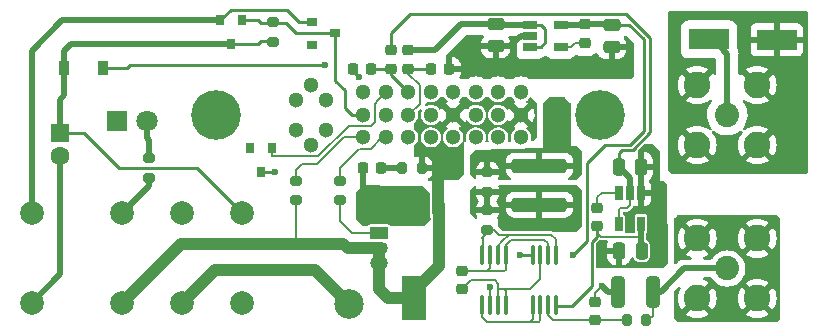
<source format=gbr>
G04 #@! TF.GenerationSoftware,KiCad,Pcbnew,(6.0.1)*
G04 #@! TF.CreationDate,2022-01-25T14:47:38+01:00*
G04 #@! TF.ProjectId,DgDrive_DVI,44674472-6976-4655-9f44-56492e6b6963,1.7*
G04 #@! TF.SameCoordinates,Original*
G04 #@! TF.FileFunction,Copper,L1,Top*
G04 #@! TF.FilePolarity,Positive*
%FSLAX46Y46*%
G04 Gerber Fmt 4.6, Leading zero omitted, Abs format (unit mm)*
G04 Created by KiCad (PCBNEW (6.0.1)) date 2022-01-25 14:47:38*
%MOMM*%
%LPD*%
G01*
G04 APERTURE LIST*
G04 Aperture macros list*
%AMRoundRect*
0 Rectangle with rounded corners*
0 $1 Rounding radius*
0 $2 $3 $4 $5 $6 $7 $8 $9 X,Y pos of 4 corners*
0 Add a 4 corners polygon primitive as box body*
4,1,4,$2,$3,$4,$5,$6,$7,$8,$9,$2,$3,0*
0 Add four circle primitives for the rounded corners*
1,1,$1+$1,$2,$3*
1,1,$1+$1,$4,$5*
1,1,$1+$1,$6,$7*
1,1,$1+$1,$8,$9*
0 Add four rect primitives between the rounded corners*
20,1,$1+$1,$2,$3,$4,$5,0*
20,1,$1+$1,$4,$5,$6,$7,0*
20,1,$1+$1,$6,$7,$8,$9,0*
20,1,$1+$1,$8,$9,$2,$3,0*%
%AMFreePoly0*
4,1,20,0.000000,0.744959,0.073905,0.744508,0.209726,0.703889,0.328688,0.626782,0.421226,0.519385,0.479903,0.390333,0.500000,0.250000,0.500000,-0.250000,0.499851,-0.262216,0.476331,-0.402017,0.414519,-0.529596,0.319384,-0.634700,0.198574,-0.708877,0.061801,-0.746166,0.000000,-0.745033,0.000000,-0.750000,-0.500000,-0.750000,-0.500000,0.750000,0.000000,0.750000,0.000000,0.744959,
0.000000,0.744959,$1*%
%AMFreePoly1*
4,1,22,0.500000,-0.750000,0.000000,-0.750000,0.000000,-0.745033,-0.079941,-0.743568,-0.215256,-0.701293,-0.333266,-0.622738,-0.424486,-0.514219,-0.481581,-0.384460,-0.499164,-0.250000,-0.500000,-0.250000,-0.500000,0.250000,-0.499164,0.250000,-0.499963,0.256109,-0.478152,0.396186,-0.417904,0.524511,-0.324060,0.630769,-0.204165,0.706417,-0.067858,0.745374,0.000000,0.744959,0.000000,0.750000,
0.500000,0.750000,0.500000,-0.750000,0.500000,-0.750000,$1*%
G04 Aperture macros list end*
G04 #@! TA.AperFunction,SMDPad,CuDef*
%ADD10RoundRect,0.300000X-2.050000X0.300000X-2.050000X-0.300000X2.050000X-0.300000X2.050000X0.300000X0*%
G04 #@! TD*
G04 #@! TA.AperFunction,SMDPad,CuDef*
%ADD11R,0.800000X0.900000*%
G04 #@! TD*
G04 #@! TA.AperFunction,ComponentPad*
%ADD12R,1.500000X1.050000*%
G04 #@! TD*
G04 #@! TA.AperFunction,ComponentPad*
%ADD13O,1.500000X1.050000*%
G04 #@! TD*
G04 #@! TA.AperFunction,ComponentPad*
%ADD14C,1.800000*%
G04 #@! TD*
G04 #@! TA.AperFunction,ComponentPad*
%ADD15R,1.800000X1.800000*%
G04 #@! TD*
G04 #@! TA.AperFunction,ComponentPad*
%ADD16C,2.250000*%
G04 #@! TD*
G04 #@! TA.AperFunction,ComponentPad*
%ADD17C,2.050000*%
G04 #@! TD*
G04 #@! TA.AperFunction,SMDPad,CuDef*
%ADD18R,0.900000X0.800000*%
G04 #@! TD*
G04 #@! TA.AperFunction,SMDPad,CuDef*
%ADD19R,0.900000X1.200000*%
G04 #@! TD*
G04 #@! TA.AperFunction,SMDPad,CuDef*
%ADD20RoundRect,0.249997X0.312503X1.075003X-0.312503X1.075003X-0.312503X-1.075003X0.312503X-1.075003X0*%
G04 #@! TD*
G04 #@! TA.AperFunction,SMDPad,CuDef*
%ADD21RoundRect,0.200000X-0.275000X0.200000X-0.275000X-0.200000X0.275000X-0.200000X0.275000X0.200000X0*%
G04 #@! TD*
G04 #@! TA.AperFunction,SMDPad,CuDef*
%ADD22RoundRect,0.200000X0.275000X-0.200000X0.275000X0.200000X-0.275000X0.200000X-0.275000X-0.200000X0*%
G04 #@! TD*
G04 #@! TA.AperFunction,ComponentPad*
%ADD23C,2.000000*%
G04 #@! TD*
G04 #@! TA.AperFunction,ComponentPad*
%ADD24C,1.300000*%
G04 #@! TD*
G04 #@! TA.AperFunction,ComponentPad*
%ADD25C,4.200000*%
G04 #@! TD*
G04 #@! TA.AperFunction,ComponentPad*
%ADD26C,2.499360*%
G04 #@! TD*
G04 #@! TA.AperFunction,SMDPad,CuDef*
%ADD27R,2.000000X3.800000*%
G04 #@! TD*
G04 #@! TA.AperFunction,ComponentPad*
%ADD28R,1.600000X1.600000*%
G04 #@! TD*
G04 #@! TA.AperFunction,ComponentPad*
%ADD29C,1.600000*%
G04 #@! TD*
G04 #@! TA.AperFunction,SMDPad,CuDef*
%ADD30RoundRect,0.225000X-0.225000X-0.250000X0.225000X-0.250000X0.225000X0.250000X-0.225000X0.250000X0*%
G04 #@! TD*
G04 #@! TA.AperFunction,SMDPad,CuDef*
%ADD31RoundRect,0.225000X0.225000X0.250000X-0.225000X0.250000X-0.225000X-0.250000X0.225000X-0.250000X0*%
G04 #@! TD*
G04 #@! TA.AperFunction,SMDPad,CuDef*
%ADD32RoundRect,0.225000X0.250000X-0.225000X0.250000X0.225000X-0.250000X0.225000X-0.250000X-0.225000X0*%
G04 #@! TD*
G04 #@! TA.AperFunction,SMDPad,CuDef*
%ADD33RoundRect,0.250000X-0.475000X0.250000X-0.475000X-0.250000X0.475000X-0.250000X0.475000X0.250000X0*%
G04 #@! TD*
G04 #@! TA.AperFunction,SMDPad,CuDef*
%ADD34RoundRect,0.225000X-0.250000X0.225000X-0.250000X-0.225000X0.250000X-0.225000X0.250000X0.225000X0*%
G04 #@! TD*
G04 #@! TA.AperFunction,SMDPad,CuDef*
%ADD35RoundRect,0.250000X-0.250000X-0.475000X0.250000X-0.475000X0.250000X0.475000X-0.250000X0.475000X0*%
G04 #@! TD*
G04 #@! TA.AperFunction,SMDPad,CuDef*
%ADD36RoundRect,0.250000X0.250000X0.475000X-0.250000X0.475000X-0.250000X-0.475000X0.250000X-0.475000X0*%
G04 #@! TD*
G04 #@! TA.AperFunction,SMDPad,CuDef*
%ADD37RoundRect,0.218750X0.256250X-0.218750X0.256250X0.218750X-0.256250X0.218750X-0.256250X-0.218750X0*%
G04 #@! TD*
G04 #@! TA.AperFunction,SMDPad,CuDef*
%ADD38RoundRect,0.100000X0.100000X-0.712500X0.100000X0.712500X-0.100000X0.712500X-0.100000X-0.712500X0*%
G04 #@! TD*
G04 #@! TA.AperFunction,SMDPad,CuDef*
%ADD39R,1.220000X0.650000*%
G04 #@! TD*
G04 #@! TA.AperFunction,SMDPad,CuDef*
%ADD40R,0.650000X1.220000*%
G04 #@! TD*
G04 #@! TA.AperFunction,SMDPad,CuDef*
%ADD41FreePoly0,180.000000*%
G04 #@! TD*
G04 #@! TA.AperFunction,SMDPad,CuDef*
%ADD42FreePoly1,180.000000*%
G04 #@! TD*
G04 #@! TA.AperFunction,SMDPad,CuDef*
%ADD43R,3.400000X1.800000*%
G04 #@! TD*
G04 #@! TA.AperFunction,SMDPad,CuDef*
%ADD44RoundRect,0.200000X0.200000X0.275000X-0.200000X0.275000X-0.200000X-0.275000X0.200000X-0.275000X0*%
G04 #@! TD*
G04 #@! TA.AperFunction,ViaPad*
%ADD45C,0.600000*%
G04 #@! TD*
G04 #@! TA.AperFunction,Conductor*
%ADD46C,0.200000*%
G04 #@! TD*
G04 #@! TA.AperFunction,Conductor*
%ADD47C,0.500000*%
G04 #@! TD*
G04 #@! TA.AperFunction,Conductor*
%ADD48C,0.250000*%
G04 #@! TD*
G04 #@! TA.AperFunction,Conductor*
%ADD49C,1.000000*%
G04 #@! TD*
G04 APERTURE END LIST*
D10*
X135600000Y-107100000D03*
X135600000Y-103800000D03*
D11*
X112000000Y-104300000D03*
X111050000Y-102300000D03*
X112950000Y-102300000D03*
D12*
X122000000Y-109500000D03*
D13*
X122000000Y-112040000D03*
X122000000Y-110770000D03*
D14*
X102362000Y-100000000D03*
D15*
X99822000Y-100000000D03*
D16*
X148960000Y-109960000D03*
X148960000Y-115040000D03*
X154040000Y-115040000D03*
X154040000Y-109960000D03*
D17*
X151500000Y-112500000D03*
D16*
X148960000Y-96960000D03*
X148960000Y-102040000D03*
X154040000Y-102040000D03*
X154040000Y-96960000D03*
D17*
X151500000Y-99500000D03*
D18*
X118300000Y-92600000D03*
X116300000Y-93550000D03*
X116300000Y-91650000D03*
D11*
X109500000Y-93500000D03*
X108550000Y-91500000D03*
X110450000Y-91500000D03*
D19*
X98650000Y-95500000D03*
X95350000Y-95500000D03*
D20*
X142287500Y-114500000D03*
X145212500Y-114500000D03*
D21*
X115000000Y-106725000D03*
X115000000Y-105075000D03*
D22*
X118700000Y-105075000D03*
X118700000Y-106725000D03*
X113000000Y-91675000D03*
X113000000Y-93325000D03*
D23*
X110380000Y-107780000D03*
X105300000Y-107780000D03*
X100220000Y-107780000D03*
X92600000Y-107780000D03*
X110380000Y-115400000D03*
X105300000Y-115400000D03*
X92600000Y-115400000D03*
X100220000Y-115400000D03*
D24*
X116240000Y-102018000D03*
X116240000Y-96938000D03*
X114970000Y-100748000D03*
X117510000Y-100748000D03*
X117510000Y-98208000D03*
X114970000Y-98208000D03*
X120685000Y-97595000D03*
X120685000Y-101405000D03*
X122590000Y-101405000D03*
X124495000Y-101405000D03*
X126400000Y-101405000D03*
X128305000Y-101405000D03*
X130210000Y-101405000D03*
X132115000Y-101405000D03*
X134020000Y-101405000D03*
X120685000Y-99500000D03*
X122590000Y-99500000D03*
X124495000Y-99500000D03*
X126400000Y-99500000D03*
X128305000Y-99500000D03*
X130210000Y-99500000D03*
X132115000Y-99500000D03*
D25*
X140750000Y-99500000D03*
D24*
X124495000Y-97595000D03*
X122590000Y-97595000D03*
X134020000Y-99500000D03*
X126400000Y-97595000D03*
X128305000Y-97595000D03*
X134020000Y-97595000D03*
X132115000Y-97595000D03*
X130210000Y-97595000D03*
D25*
X108240000Y-99500000D03*
D26*
X119500000Y-115500000D03*
D27*
X125000000Y-115000000D03*
D28*
X95000000Y-101000000D03*
D29*
X95000000Y-103000000D03*
D22*
X102500000Y-104825000D03*
X102500000Y-103175000D03*
D30*
X127975000Y-95600000D03*
X126425000Y-95600000D03*
D31*
X121375000Y-95600000D03*
X119825000Y-95600000D03*
D32*
X129000000Y-114275000D03*
X129000000Y-112725000D03*
D33*
X131900000Y-91800000D03*
X131900000Y-93700000D03*
D34*
X139450000Y-91825000D03*
X139450000Y-93375000D03*
D33*
X141700000Y-93750000D03*
X141700000Y-91850000D03*
D35*
X142300000Y-103900000D03*
X144200000Y-103900000D03*
D32*
X140500000Y-107375000D03*
X140500000Y-108925000D03*
D36*
X142350000Y-111000000D03*
X144250000Y-111000000D03*
D37*
X124500000Y-95587500D03*
X124500000Y-94012500D03*
X123000000Y-94012500D03*
X123000000Y-95587500D03*
D22*
X131200000Y-106025000D03*
X131200000Y-104375000D03*
X131200000Y-109225000D03*
X131200000Y-107575000D03*
D38*
X130775000Y-115612500D03*
X131425000Y-115612500D03*
X132075000Y-115612500D03*
X132725000Y-115612500D03*
X132725000Y-111387500D03*
X132075000Y-111387500D03*
X131425000Y-111387500D03*
X130775000Y-111387500D03*
D39*
X134790000Y-91850000D03*
X134790000Y-92800000D03*
X134790000Y-93750000D03*
X137410000Y-93750000D03*
X137410000Y-91850000D03*
D40*
X144200000Y-108710000D03*
X142300000Y-108710000D03*
X142300000Y-106090000D03*
X143250000Y-106090000D03*
X144200000Y-106090000D03*
D38*
X135025000Y-115612500D03*
X135675000Y-115612500D03*
X136325000Y-115612500D03*
X136975000Y-115612500D03*
X136975000Y-111387500D03*
X136325000Y-111387500D03*
X135675000Y-111387500D03*
X135025000Y-111387500D03*
D41*
X125750000Y-107100000D03*
D42*
X127050000Y-107100000D03*
D43*
X149950000Y-93100000D03*
X155676600Y-93129100D03*
D34*
X140300000Y-115325000D03*
X140300000Y-116875000D03*
D31*
X122175000Y-104000000D03*
X120625000Y-104000000D03*
D44*
X144625000Y-116900000D03*
X142975000Y-116900000D03*
X125625000Y-104000000D03*
X123975000Y-104000000D03*
D45*
X133450001Y-93349999D03*
X133450001Y-94399967D03*
X133450000Y-95350000D03*
X134450000Y-95350000D03*
X135450000Y-95350000D03*
X132450000Y-95350000D03*
X131450000Y-95350000D03*
X131400000Y-114100000D03*
X140750000Y-111000000D03*
X145350002Y-103900000D03*
X145800000Y-105700000D03*
X145800000Y-106700000D03*
X145800000Y-107700000D03*
X145800000Y-108700000D03*
X145800000Y-109700000D03*
X145800000Y-110700000D03*
X145800000Y-111700000D03*
X136450000Y-95350000D03*
X137450000Y-95350000D03*
X138450000Y-95350000D03*
X139450000Y-95350000D03*
X140450000Y-95350000D03*
X141450000Y-95350000D03*
X142450000Y-95350000D03*
X130450000Y-95350000D03*
X129450000Y-95350000D03*
X120300000Y-96300000D03*
X113200000Y-104350000D03*
X121000000Y-106000000D03*
X122500000Y-106000000D03*
X124000000Y-106000000D03*
X121000000Y-107000000D03*
X122500000Y-107000000D03*
X124000000Y-107000000D03*
X121000000Y-108000000D03*
X122500000Y-108000000D03*
X124000000Y-108000000D03*
X140900000Y-114000000D03*
X133950000Y-111350000D03*
X138400000Y-111350000D03*
X125850000Y-94000000D03*
X117400000Y-95300000D03*
X133600000Y-108900000D03*
X133600000Y-105800000D03*
X134600000Y-105800000D03*
X135600000Y-105800000D03*
X136600000Y-105800000D03*
X137600000Y-105800000D03*
X138600000Y-105800000D03*
X134600000Y-108900000D03*
X135600000Y-108900000D03*
X136600000Y-108900000D03*
X137600000Y-108900000D03*
X138600000Y-108900000D03*
X138700000Y-107300000D03*
X137750000Y-98750000D03*
X136750000Y-98750000D03*
X137750000Y-99750000D03*
X136750000Y-99750000D03*
X137750000Y-100750000D03*
X136750000Y-100750000D03*
X137750000Y-101750000D03*
X136750000Y-101750000D03*
D46*
X130800000Y-109950000D02*
X130800000Y-111000000D01*
X130775000Y-109925000D02*
X130800000Y-109950000D01*
X121344509Y-102354511D02*
X120400000Y-102354511D01*
X121344999Y-102355001D02*
X121344509Y-102354511D01*
D47*
X95000000Y-113000000D02*
X92600000Y-115400000D01*
X95000000Y-103000000D02*
X95000000Y-113000000D01*
X95000000Y-101000000D02*
X95000000Y-98200000D01*
X95350000Y-97850000D02*
X95350000Y-95500000D01*
X95000000Y-98200000D02*
X95350000Y-97850000D01*
X95350000Y-95500000D02*
X95350000Y-94050000D01*
X95900000Y-93500000D02*
X109500000Y-93500000D01*
X95350000Y-94050000D02*
X95900000Y-93500000D01*
D48*
X106600000Y-104000000D02*
X110380000Y-107780000D01*
X100000000Y-104000000D02*
X106600000Y-104000000D01*
X97000000Y-101000000D02*
X100000000Y-104000000D01*
X95000000Y-101000000D02*
X97000000Y-101000000D01*
X111800000Y-93500000D02*
X109500000Y-93500000D01*
X112050000Y-93250000D02*
X111800000Y-93500000D01*
X113000000Y-93250000D02*
X112050000Y-93250000D01*
X116300000Y-91650000D02*
X115250000Y-91650000D01*
X115250000Y-91650000D02*
X114200000Y-90600000D01*
X109450000Y-90600000D02*
X108550000Y-91500000D01*
X114200000Y-90600000D02*
X109450000Y-90600000D01*
D47*
X92600000Y-94100000D02*
X92600000Y-107780000D01*
X95200000Y-91500000D02*
X92600000Y-94100000D01*
X108550000Y-91500000D02*
X95200000Y-91500000D01*
D49*
X122000000Y-110770000D02*
X122000000Y-112040000D01*
D48*
X125500000Y-114100000D02*
X124200000Y-115400000D01*
D49*
X122000000Y-112040000D02*
X122000000Y-114250000D01*
X122750000Y-115000000D02*
X125000000Y-115000000D01*
X122000000Y-114250000D02*
X122750000Y-115000000D01*
D48*
X125550000Y-114450000D02*
X125000000Y-115000000D01*
D49*
X120970000Y-110770000D02*
X119370000Y-110770000D01*
X122000000Y-110770000D02*
X120970000Y-110770000D01*
D46*
X119100000Y-110500000D02*
X119370000Y-110770000D01*
D49*
X105220001Y-110399999D02*
X100220000Y-115400000D01*
X119370000Y-110770000D02*
X118999999Y-110399999D01*
D46*
X115000000Y-110249998D02*
X114849999Y-110399999D01*
X115000000Y-106725000D02*
X115000000Y-110249998D01*
D49*
X114849999Y-110399999D02*
X105220001Y-110399999D01*
X118999999Y-110399999D02*
X114849999Y-110399999D01*
X127050000Y-107100000D02*
X127050000Y-104450000D01*
X127050000Y-104450000D02*
X127000000Y-104400000D01*
X127000000Y-104400000D02*
X127000000Y-103900000D01*
X127100000Y-107150000D02*
X127050000Y-107100000D01*
X127100000Y-112300000D02*
X127100000Y-107150000D01*
X125000000Y-114400000D02*
X127100000Y-112300000D01*
X125000000Y-115000000D02*
X125000000Y-114400000D01*
D47*
X102500000Y-103250000D02*
X102500000Y-101600000D01*
X102500000Y-101600000D02*
X102362000Y-101462000D01*
X102362000Y-101462000D02*
X102362000Y-99500000D01*
X141700000Y-93750000D02*
X141700000Y-95050000D01*
X134000000Y-92800000D02*
X133450001Y-93349999D01*
X134790000Y-92800000D02*
X134000000Y-92800000D01*
X133100000Y-93700000D02*
X133450001Y-93349999D01*
X131900000Y-93700000D02*
X133100000Y-93700000D01*
X133450001Y-93349999D02*
X133450001Y-94399967D01*
X133450001Y-95349999D02*
X133450000Y-95350000D01*
X133450001Y-94399967D02*
X133450001Y-95349999D01*
X131450000Y-95350000D02*
X132450000Y-95350000D01*
X132450000Y-95350000D02*
X135450000Y-95350000D01*
X127975000Y-95600000D02*
X130400000Y-95600000D01*
X130650000Y-95350000D02*
X131450000Y-95350000D01*
X130400000Y-95600000D02*
X130650000Y-95350000D01*
D46*
X131425000Y-114125000D02*
X131400000Y-114100000D01*
X131425000Y-115612500D02*
X131425000Y-114125000D01*
D47*
X142350000Y-111000000D02*
X140750000Y-111000000D01*
X144200000Y-106090000D02*
X144200000Y-103900000D01*
X144200000Y-103900000D02*
X145350002Y-103900000D01*
D48*
X119825000Y-95825000D02*
X119825000Y-95600000D01*
X120300000Y-96300000D02*
X119825000Y-95825000D01*
X112050000Y-104350000D02*
X113200000Y-104350000D01*
D47*
X141400000Y-114500000D02*
X140900000Y-114000000D01*
X142287500Y-114500000D02*
X141400000Y-114500000D01*
D46*
X140300000Y-114600000D02*
X140900000Y-114000000D01*
X140300000Y-115325000D02*
X140300000Y-114600000D01*
D47*
X120925000Y-105925000D02*
X121000000Y-106000000D01*
X120625000Y-105625000D02*
X121000000Y-106000000D01*
X120625000Y-104000000D02*
X120625000Y-105625000D01*
D48*
X118300000Y-95205000D02*
X118300000Y-95000000D01*
X118300000Y-95000000D02*
X118300000Y-92600000D01*
X118300000Y-92600000D02*
X118300000Y-96600000D01*
X119100000Y-98900000D02*
X119700000Y-99500000D01*
X119700000Y-99500000D02*
X120685000Y-99500000D01*
X119100000Y-97400000D02*
X119100000Y-98900000D01*
X118300000Y-96600000D02*
X119100000Y-97400000D01*
X110450000Y-91500000D02*
X111800000Y-91500000D01*
X112050000Y-91750000D02*
X113000000Y-91750000D01*
X111800000Y-91500000D02*
X112050000Y-91750000D01*
X113000000Y-91750000D02*
X114150000Y-91750000D01*
X115000000Y-92600000D02*
X118300000Y-92600000D01*
X114150000Y-91750000D02*
X115000000Y-92600000D01*
D47*
X102500000Y-105500000D02*
X100220000Y-107780000D01*
X102500000Y-104750000D02*
X102500000Y-105500000D01*
D48*
X123000000Y-96100000D02*
X123000000Y-95587500D01*
X124495000Y-97595000D02*
X123000000Y-96100000D01*
X121387500Y-95587500D02*
X121375000Y-95600000D01*
X123000000Y-95587500D02*
X121387500Y-95587500D01*
D47*
X145212500Y-114500000D02*
X145850000Y-114500000D01*
X147850000Y-112500000D02*
X151500000Y-112500000D01*
X145850000Y-114500000D02*
X147850000Y-112500000D01*
D46*
X144900000Y-116800000D02*
X145212500Y-116487500D01*
X145212500Y-114500000D02*
X145212500Y-116487500D01*
D47*
X151500000Y-94300000D02*
X150200000Y-93000000D01*
X151500000Y-99500000D02*
X151500000Y-94300000D01*
D46*
X122590000Y-101405000D02*
X122295000Y-101405000D01*
X122295000Y-101405000D02*
X121344999Y-102355001D01*
X118700000Y-104000000D02*
X120344999Y-102355001D01*
X118700000Y-105075000D02*
X118700000Y-104000000D01*
X119045000Y-101405000D02*
X120685000Y-101405000D01*
X116800000Y-103650000D02*
X119045000Y-101405000D01*
X115500000Y-103650000D02*
X116800000Y-103650000D01*
X115000000Y-104150000D02*
X115500000Y-103650000D01*
X115000000Y-105075000D02*
X115000000Y-104150000D01*
X124495000Y-99500000D02*
X124500000Y-99500000D01*
X124500000Y-99500000D02*
X125450000Y-98550000D01*
X125450000Y-98550000D02*
X125450000Y-97000000D01*
X124500000Y-96050000D02*
X124500000Y-95587500D01*
X125450000Y-97000000D02*
X124500000Y-96050000D01*
D48*
X124512500Y-95600000D02*
X124500000Y-95587500D01*
X126425000Y-95600000D02*
X124512500Y-95600000D01*
D46*
X132075000Y-114125000D02*
X132075000Y-115612500D01*
X132575000Y-114275000D02*
X132725000Y-114425000D01*
X132725000Y-114425000D02*
X132725000Y-115612500D01*
X132575000Y-114275000D02*
X134825000Y-114275000D01*
X135675000Y-113425000D02*
X135675000Y-111387500D01*
X134825000Y-114275000D02*
X135675000Y-113425000D01*
X132125000Y-114275000D02*
X132575000Y-114275000D01*
X132100000Y-114250000D02*
X132125000Y-114275000D01*
X132100000Y-113800000D02*
X132100000Y-114250000D01*
X131800000Y-113500000D02*
X132100000Y-113800000D01*
X129775000Y-113500000D02*
X131800000Y-113500000D01*
X129000000Y-114275000D02*
X129775000Y-113500000D01*
X129000000Y-112725000D02*
X131125000Y-112725000D01*
X131425000Y-112425000D02*
X131425000Y-111387500D01*
X131125000Y-112725000D02*
X131425000Y-112425000D01*
X131125000Y-112725000D02*
X132625000Y-112725000D01*
X132725000Y-112625000D02*
X132725000Y-111387500D01*
X132625000Y-112725000D02*
X132725000Y-112625000D01*
X136325000Y-110375000D02*
X136325000Y-111350000D01*
X136000000Y-110050000D02*
X136325000Y-110375000D01*
X133165698Y-110050000D02*
X136000000Y-110050000D01*
X132725000Y-110490698D02*
X133165698Y-110050000D01*
X132725000Y-111387500D02*
X132725000Y-110490698D01*
D47*
X139425000Y-91850000D02*
X139450000Y-91825000D01*
X137410000Y-91850000D02*
X139425000Y-91850000D01*
X141675000Y-91825000D02*
X141700000Y-91850000D01*
X139450000Y-91825000D02*
X141675000Y-91825000D01*
D48*
X133987500Y-111387500D02*
X133950000Y-111350000D01*
X135025000Y-111387500D02*
X133987500Y-111387500D01*
X143200000Y-91850000D02*
X141700000Y-91850000D01*
X144450000Y-93100000D02*
X143200000Y-91850000D01*
X144450000Y-100900000D02*
X144450000Y-93100000D01*
X143300000Y-102050000D02*
X144450000Y-100900000D01*
X139600000Y-103600000D02*
X141150000Y-102050000D01*
X139600000Y-110150000D02*
X139600000Y-103600000D01*
X141150000Y-102050000D02*
X143300000Y-102050000D01*
X138400000Y-111350000D02*
X139600000Y-110150000D01*
D47*
X144200000Y-110950000D02*
X144250000Y-111000000D01*
X144200000Y-110000000D02*
X144200000Y-110950000D01*
X144200000Y-108710000D02*
X144200000Y-110000000D01*
D46*
X144000000Y-109800000D02*
X144200000Y-110000000D01*
X140850000Y-109800000D02*
X144000000Y-109800000D01*
X140500000Y-109450000D02*
X140850000Y-109800000D01*
X140500000Y-108925000D02*
X140500000Y-109450000D01*
D48*
X138375000Y-115650000D02*
X138750000Y-115275000D01*
X136975000Y-115650000D02*
X138375000Y-115650000D01*
X138750000Y-115275000D02*
X140050000Y-113975000D01*
X140050000Y-113975000D02*
X140050000Y-110250000D01*
X140500000Y-109800000D02*
X140500000Y-108925000D01*
X140050000Y-110250000D02*
X140500000Y-109800000D01*
D47*
X128950000Y-91800000D02*
X132550000Y-91800000D01*
X126737500Y-94012500D02*
X128950000Y-91800000D01*
X132600000Y-91850000D02*
X132550000Y-91800000D01*
X134790000Y-91850000D02*
X132600000Y-91850000D01*
D48*
X135700000Y-91850000D02*
X134790000Y-91850000D01*
X136100000Y-92250000D02*
X135700000Y-91850000D01*
X136100000Y-93350000D02*
X136100000Y-92250000D01*
X135700000Y-93750000D02*
X136100000Y-93350000D01*
X134790000Y-93750000D02*
X135700000Y-93750000D01*
X125412500Y-94012500D02*
X125837500Y-94012500D01*
X125837500Y-94012500D02*
X125850000Y-94000000D01*
D47*
X125412500Y-94012500D02*
X126737500Y-94012500D01*
X124500000Y-94012500D02*
X125412500Y-94012500D01*
D48*
X98650000Y-95500000D02*
X100700000Y-95500000D01*
X100700000Y-95500000D02*
X100900000Y-95300000D01*
X117400000Y-95300000D02*
X100900000Y-95300000D01*
D46*
X137410000Y-93750000D02*
X138250000Y-93750000D01*
X138625000Y-93375000D02*
X139450000Y-93375000D01*
X138250000Y-93750000D02*
X138625000Y-93375000D01*
X142300000Y-108710000D02*
X142300000Y-107550000D01*
X142300000Y-107550000D02*
X142450000Y-107400000D01*
X142450000Y-107400000D02*
X143000000Y-107400000D01*
X143250000Y-107150000D02*
X143250000Y-106090000D01*
X143000000Y-107400000D02*
X143250000Y-107150000D01*
D47*
X143250000Y-104850000D02*
X143250000Y-106090000D01*
X142300000Y-103900000D02*
X143250000Y-104850000D01*
D48*
X145000000Y-100986410D02*
X143486401Y-102500009D01*
X142961400Y-90974990D02*
X145000000Y-93013590D01*
X142300000Y-102750000D02*
X142300000Y-103900000D01*
X124625010Y-90974990D02*
X142961400Y-90974990D01*
X142549990Y-102500010D02*
X142300000Y-102750000D01*
X123000000Y-92600000D02*
X124625010Y-90974990D01*
X143486401Y-102500009D02*
X142549990Y-102500010D01*
X145000000Y-93013590D02*
X145000000Y-100986410D01*
X123000000Y-94012500D02*
X123000000Y-92600000D01*
D46*
X142300000Y-106090000D02*
X140860000Y-106090000D01*
X140500000Y-106450000D02*
X140500000Y-107375000D01*
X140860000Y-106090000D02*
X140500000Y-106450000D01*
D49*
X116600000Y-112600000D02*
X119500000Y-115500000D01*
X108100000Y-112600000D02*
X116600000Y-112600000D01*
X105300000Y-115400000D02*
X108100000Y-112600000D01*
D46*
X119700000Y-109500000D02*
X122000000Y-109500000D01*
X118700000Y-108500000D02*
X119700000Y-109500000D01*
X118700000Y-106725000D02*
X118700000Y-108500000D01*
X132450000Y-110200000D02*
X132075000Y-110575000D01*
X132075000Y-110575000D02*
X132075000Y-111387500D01*
X133000000Y-109650000D02*
X132450000Y-110200000D01*
X136600000Y-109650000D02*
X133000000Y-109650000D01*
X136975000Y-110025000D02*
X136600000Y-109650000D01*
X136975000Y-111350000D02*
X136975000Y-110025000D01*
X133000000Y-109650000D02*
X132650000Y-109650000D01*
X131200000Y-109225000D02*
X131200000Y-109500000D01*
X131200000Y-109500000D02*
X130775000Y-109925000D01*
X131200000Y-109225000D02*
X131725000Y-109225000D01*
X132150000Y-109650000D02*
X132650000Y-109650000D01*
X131725000Y-109225000D02*
X132150000Y-109650000D01*
X130775000Y-115612500D02*
X130775000Y-116575000D01*
X130775000Y-116575000D02*
X131200000Y-117000000D01*
X131200000Y-117000000D02*
X134800000Y-117000000D01*
X135025000Y-116775000D02*
X135025000Y-115650000D01*
X134800000Y-117000000D02*
X135025000Y-116775000D01*
X134800000Y-117000000D02*
X135550000Y-117000000D01*
X135675000Y-116875000D02*
X135675000Y-115650000D01*
X135550000Y-117000000D02*
X135675000Y-116875000D01*
X121638060Y-98546940D02*
X121940001Y-98244999D01*
X112950000Y-102950000D02*
X113000000Y-103000000D01*
X121638060Y-100111940D02*
X121638060Y-98546940D01*
X121940001Y-98244999D02*
X122590000Y-97595000D01*
X121300000Y-100450000D02*
X121638060Y-100111940D01*
X119434300Y-100450000D02*
X121300000Y-100450000D01*
X113000000Y-103000000D02*
X116884300Y-103000000D01*
X116884300Y-103000000D02*
X119434300Y-100450000D01*
X112950000Y-102300000D02*
X112950000Y-102950000D01*
X136325000Y-116425000D02*
X136325000Y-115612500D01*
X136775000Y-116875000D02*
X136325000Y-116425000D01*
X140300000Y-116875000D02*
X136775000Y-116875000D01*
X142950000Y-116875000D02*
X142975000Y-116900000D01*
X140300000Y-116875000D02*
X142950000Y-116875000D01*
D47*
X122175000Y-104000000D02*
X123800000Y-104000000D01*
G04 #@! TA.AperFunction,Conductor*
G36*
X158242121Y-90720002D02*
G01*
X158288614Y-90773658D01*
X158300000Y-90826000D01*
X158300000Y-104374000D01*
X158279998Y-104442121D01*
X158226342Y-104488614D01*
X158174000Y-104500000D01*
X146802190Y-104500000D01*
X146734069Y-104479998D01*
X146713095Y-104463095D01*
X146536905Y-104286905D01*
X146502879Y-104224593D01*
X146500000Y-104197810D01*
X146500000Y-103364471D01*
X148000884Y-103364471D01*
X148004570Y-103369740D01*
X148212121Y-103496927D01*
X148220915Y-103501408D01*
X148449242Y-103595984D01*
X148458627Y-103599033D01*
X148698940Y-103656728D01*
X148708687Y-103658271D01*
X148955070Y-103677662D01*
X148964930Y-103677662D01*
X149211313Y-103658271D01*
X149221060Y-103656728D01*
X149461373Y-103599033D01*
X149470758Y-103595984D01*
X149699085Y-103501408D01*
X149707879Y-103496927D01*
X149913928Y-103370660D01*
X149917968Y-103364471D01*
X153080884Y-103364471D01*
X153084570Y-103369740D01*
X153292121Y-103496927D01*
X153300915Y-103501408D01*
X153529242Y-103595984D01*
X153538627Y-103599033D01*
X153778940Y-103656728D01*
X153788687Y-103658271D01*
X154035070Y-103677662D01*
X154044930Y-103677662D01*
X154291313Y-103658271D01*
X154301060Y-103656728D01*
X154541373Y-103599033D01*
X154550758Y-103595984D01*
X154779085Y-103501408D01*
X154787879Y-103496927D01*
X154993928Y-103370660D01*
X154999190Y-103362599D01*
X154993183Y-103352393D01*
X154052812Y-102412022D01*
X154038868Y-102404408D01*
X154037035Y-102404539D01*
X154030420Y-102408790D01*
X153088276Y-103350934D01*
X153080884Y-103364471D01*
X149917968Y-103364471D01*
X149919190Y-103362599D01*
X149913183Y-103352393D01*
X148972812Y-102412022D01*
X148958868Y-102404408D01*
X148957035Y-102404539D01*
X148950420Y-102408790D01*
X148008276Y-103350934D01*
X148000884Y-103364471D01*
X146500000Y-103364471D01*
X146500000Y-102044930D01*
X147322338Y-102044930D01*
X147341729Y-102291313D01*
X147343272Y-102301060D01*
X147400967Y-102541373D01*
X147404016Y-102550758D01*
X147498592Y-102779085D01*
X147503073Y-102787879D01*
X147629340Y-102993928D01*
X147637401Y-102999190D01*
X147647607Y-102993183D01*
X148587978Y-102052812D01*
X148595592Y-102038868D01*
X148595461Y-102037035D01*
X148591210Y-102030420D01*
X147649066Y-101088276D01*
X147635529Y-101080884D01*
X147630260Y-101084570D01*
X147503073Y-101292121D01*
X147498592Y-101300915D01*
X147404016Y-101529242D01*
X147400967Y-101538627D01*
X147343272Y-101778940D01*
X147341729Y-101788687D01*
X147322338Y-102035070D01*
X147322338Y-102044930D01*
X146500000Y-102044930D01*
X146500000Y-96964930D01*
X147322338Y-96964930D01*
X147341729Y-97211313D01*
X147343272Y-97221060D01*
X147400967Y-97461373D01*
X147404016Y-97470758D01*
X147498592Y-97699085D01*
X147503073Y-97707879D01*
X147629340Y-97913928D01*
X147637401Y-97919190D01*
X147647607Y-97913183D01*
X148587978Y-96972812D01*
X148595592Y-96958868D01*
X148595461Y-96957035D01*
X148591210Y-96950420D01*
X147649066Y-96008276D01*
X147635529Y-96000884D01*
X147630260Y-96004570D01*
X147503073Y-96212121D01*
X147498592Y-96220915D01*
X147404016Y-96449242D01*
X147400967Y-96458627D01*
X147343272Y-96698940D01*
X147341729Y-96708687D01*
X147322338Y-96955070D01*
X147322338Y-96964930D01*
X146500000Y-96964930D01*
X146500000Y-95637401D01*
X148000810Y-95637401D01*
X148006817Y-95647607D01*
X148947188Y-96587978D01*
X148961132Y-96595592D01*
X148962965Y-96595461D01*
X148969580Y-96591210D01*
X149911724Y-95649066D01*
X149919116Y-95635529D01*
X149915430Y-95630260D01*
X149707879Y-95503073D01*
X149699085Y-95498592D01*
X149470758Y-95404016D01*
X149461373Y-95400967D01*
X149221060Y-95343272D01*
X149211313Y-95341729D01*
X148964930Y-95322338D01*
X148955070Y-95322338D01*
X148708687Y-95341729D01*
X148698940Y-95343272D01*
X148458627Y-95400967D01*
X148449242Y-95404016D01*
X148220915Y-95498592D01*
X148212121Y-95503073D01*
X148006072Y-95629340D01*
X148000810Y-95637401D01*
X146500000Y-95637401D01*
X146500000Y-92144007D01*
X147549500Y-92144007D01*
X147549501Y-94055992D01*
X147556171Y-94128594D01*
X147558170Y-94134972D01*
X147558170Y-94134973D01*
X147604481Y-94282749D01*
X147606873Y-94290383D01*
X147694703Y-94435408D01*
X147814592Y-94555297D01*
X147959617Y-94643127D01*
X147966864Y-94645398D01*
X147966866Y-94645399D01*
X148032106Y-94665844D01*
X148121406Y-94693829D01*
X148194007Y-94700500D01*
X148246965Y-94700500D01*
X150423500Y-94700499D01*
X150491621Y-94720501D01*
X150538114Y-94774157D01*
X150549500Y-94826499D01*
X150549500Y-95981697D01*
X150529498Y-96049818D01*
X150475842Y-96096311D01*
X150405568Y-96106415D01*
X150340988Y-96076921D01*
X150316067Y-96047532D01*
X150290660Y-96006072D01*
X150282599Y-96000810D01*
X150272393Y-96006817D01*
X148008276Y-98270934D01*
X148000884Y-98284471D01*
X148004570Y-98289740D01*
X148212121Y-98416927D01*
X148220915Y-98421408D01*
X148449242Y-98515984D01*
X148458627Y-98519033D01*
X148698940Y-98576728D01*
X148708687Y-98578271D01*
X148955070Y-98597662D01*
X148964930Y-98597662D01*
X149211313Y-98578271D01*
X149221060Y-98576728D01*
X149461373Y-98519033D01*
X149470758Y-98515984D01*
X149699085Y-98421408D01*
X149707879Y-98416927D01*
X149918608Y-98287792D01*
X149926588Y-98281994D01*
X149984000Y-98232960D01*
X150048789Y-98203929D01*
X150118989Y-98214534D01*
X150172312Y-98261409D01*
X150191827Y-98329671D01*
X150171339Y-98397647D01*
X150162706Y-98409338D01*
X150091305Y-98495188D01*
X149958258Y-98714443D01*
X149859080Y-98950956D01*
X149795950Y-99199530D01*
X149770255Y-99454705D01*
X149770479Y-99459371D01*
X149770479Y-99459376D01*
X149776045Y-99575251D01*
X149782560Y-99710875D01*
X149832594Y-99962413D01*
X149919258Y-100203792D01*
X150040648Y-100429710D01*
X150043447Y-100433459D01*
X150043450Y-100433463D01*
X150161031Y-100590925D01*
X150185763Y-100657474D01*
X150170588Y-100726830D01*
X150120326Y-100776973D01*
X150050934Y-100791981D01*
X149984444Y-100767091D01*
X149978242Y-100762123D01*
X149926589Y-100718006D01*
X149918608Y-100712208D01*
X149707879Y-100583073D01*
X149699085Y-100578592D01*
X149470758Y-100484016D01*
X149461373Y-100480967D01*
X149221060Y-100423272D01*
X149211313Y-100421729D01*
X148964930Y-100402338D01*
X148955070Y-100402338D01*
X148708687Y-100421729D01*
X148698940Y-100423272D01*
X148458627Y-100480967D01*
X148449242Y-100484016D01*
X148220915Y-100578592D01*
X148212121Y-100583073D01*
X148006072Y-100709340D01*
X148000810Y-100717401D01*
X148006817Y-100727607D01*
X150270934Y-102991724D01*
X150284471Y-102999116D01*
X150289740Y-102995430D01*
X150416927Y-102787879D01*
X150421408Y-102779085D01*
X150515984Y-102550758D01*
X150519033Y-102541373D01*
X150576728Y-102301060D01*
X150578271Y-102291313D01*
X150597662Y-102044930D01*
X150597662Y-102035070D01*
X150578271Y-101788687D01*
X150576728Y-101778940D01*
X150519033Y-101538627D01*
X150515984Y-101529242D01*
X150421408Y-101300915D01*
X150416927Y-101292121D01*
X150287792Y-101081392D01*
X150282000Y-101073419D01*
X150239879Y-101024103D01*
X150210848Y-100959314D01*
X150221453Y-100889114D01*
X150268327Y-100835791D01*
X150336589Y-100816275D01*
X150410195Y-100840660D01*
X150541093Y-100936638D01*
X150583061Y-100967410D01*
X150587196Y-100969586D01*
X150587200Y-100969588D01*
X150653603Y-101004524D01*
X150810029Y-101086824D01*
X151052156Y-101171378D01*
X151056749Y-101172250D01*
X151299531Y-101218344D01*
X151299534Y-101218344D01*
X151304120Y-101219215D01*
X151432254Y-101224250D01*
X151555720Y-101229101D01*
X151555726Y-101229101D01*
X151560388Y-101229284D01*
X151660279Y-101218344D01*
X151810676Y-101201873D01*
X151810681Y-101201872D01*
X151815329Y-101201363D01*
X151925909Y-101172250D01*
X152058820Y-101137258D01*
X152058823Y-101137257D01*
X152063343Y-101136067D01*
X152174580Y-101088276D01*
X152294687Y-101036674D01*
X152294689Y-101036673D01*
X152298981Y-101034829D01*
X152457656Y-100936638D01*
X152513094Y-100902332D01*
X152513098Y-100902329D01*
X152517067Y-100899873D01*
X152588947Y-100839022D01*
X152653863Y-100810273D01*
X152724016Y-100821185D01*
X152777133Y-100868292D01*
X152796351Y-100936638D01*
X152775566Y-101004524D01*
X152766170Y-101017020D01*
X152718001Y-101073419D01*
X152712208Y-101081392D01*
X152583073Y-101292121D01*
X152578592Y-101300915D01*
X152484016Y-101529242D01*
X152480967Y-101538627D01*
X152423272Y-101778940D01*
X152421729Y-101788687D01*
X152402338Y-102035070D01*
X152402338Y-102044930D01*
X152421729Y-102291313D01*
X152423272Y-102301060D01*
X152480967Y-102541373D01*
X152484016Y-102550758D01*
X152578592Y-102779085D01*
X152583073Y-102787879D01*
X152709340Y-102993928D01*
X152717401Y-102999190D01*
X152727607Y-102993183D01*
X153679658Y-102041132D01*
X154404408Y-102041132D01*
X154404539Y-102042965D01*
X154408790Y-102049580D01*
X155350934Y-102991724D01*
X155364471Y-102999116D01*
X155369740Y-102995430D01*
X155496927Y-102787879D01*
X155501408Y-102779085D01*
X155595984Y-102550758D01*
X155599033Y-102541373D01*
X155656728Y-102301060D01*
X155658271Y-102291313D01*
X155677662Y-102044930D01*
X155677662Y-102035070D01*
X155658271Y-101788687D01*
X155656728Y-101778940D01*
X155599033Y-101538627D01*
X155595984Y-101529242D01*
X155501408Y-101300915D01*
X155496927Y-101292121D01*
X155370660Y-101086072D01*
X155362599Y-101080810D01*
X155352393Y-101086817D01*
X154412022Y-102027188D01*
X154404408Y-102041132D01*
X153679658Y-102041132D01*
X154991724Y-100729066D01*
X154999116Y-100715529D01*
X154995430Y-100710260D01*
X154787879Y-100583073D01*
X154779085Y-100578592D01*
X154550758Y-100484016D01*
X154541373Y-100480967D01*
X154301060Y-100423272D01*
X154291313Y-100421729D01*
X154044930Y-100402338D01*
X154035070Y-100402338D01*
X153788687Y-100421729D01*
X153778940Y-100423272D01*
X153538627Y-100480967D01*
X153529242Y-100484016D01*
X153300915Y-100578592D01*
X153292121Y-100583073D01*
X153081392Y-100712208D01*
X153073412Y-100718006D01*
X153021661Y-100762206D01*
X152956872Y-100791238D01*
X152886672Y-100780634D01*
X152833349Y-100733759D01*
X152813833Y-100665498D01*
X152834320Y-100597521D01*
X152845097Y-100583320D01*
X152878828Y-100544856D01*
X152881909Y-100541343D01*
X152920745Y-100480967D01*
X153018126Y-100329571D01*
X153020651Y-100325646D01*
X153125986Y-100091810D01*
X153195601Y-99844974D01*
X153227967Y-99590559D01*
X153230338Y-99500000D01*
X153211332Y-99244240D01*
X153154730Y-98994098D01*
X153061778Y-98755070D01*
X153041025Y-98718759D01*
X152971811Y-98597662D01*
X152934515Y-98532407D01*
X152931623Y-98528739D01*
X152931620Y-98528734D01*
X152847010Y-98421408D01*
X152836002Y-98407445D01*
X152809538Y-98341567D01*
X152822891Y-98271837D01*
X152871823Y-98220396D01*
X152940798Y-98203576D01*
X153007918Y-98226716D01*
X153016783Y-98233629D01*
X153073412Y-98281994D01*
X153081392Y-98287792D01*
X153292121Y-98416927D01*
X153300915Y-98421408D01*
X153529242Y-98515984D01*
X153538627Y-98519033D01*
X153778940Y-98576728D01*
X153788687Y-98578271D01*
X154035070Y-98597662D01*
X154044930Y-98597662D01*
X154291313Y-98578271D01*
X154301060Y-98576728D01*
X154541373Y-98519033D01*
X154550758Y-98515984D01*
X154779085Y-98421408D01*
X154787879Y-98416927D01*
X154993928Y-98290660D01*
X154999190Y-98282599D01*
X154993183Y-98272393D01*
X153681922Y-96961132D01*
X154404408Y-96961132D01*
X154404539Y-96962965D01*
X154408790Y-96969580D01*
X155350934Y-97911724D01*
X155364471Y-97919116D01*
X155369740Y-97915430D01*
X155496927Y-97707879D01*
X155501408Y-97699085D01*
X155595984Y-97470758D01*
X155599033Y-97461373D01*
X155656728Y-97221060D01*
X155658271Y-97211313D01*
X155677662Y-96964930D01*
X155677662Y-96955070D01*
X155658271Y-96708687D01*
X155656728Y-96698940D01*
X155599033Y-96458627D01*
X155595984Y-96449242D01*
X155501408Y-96220915D01*
X155496927Y-96212121D01*
X155370660Y-96006072D01*
X155362599Y-96000810D01*
X155352393Y-96006817D01*
X154412022Y-96947188D01*
X154404408Y-96961132D01*
X153681922Y-96961132D01*
X152729066Y-96008276D01*
X152715529Y-96000884D01*
X152710260Y-96004570D01*
X152683933Y-96047532D01*
X152631285Y-96095163D01*
X152561244Y-96106770D01*
X152496046Y-96078667D01*
X152456392Y-96019776D01*
X152450500Y-95981697D01*
X152450500Y-95637401D01*
X153080810Y-95637401D01*
X153086817Y-95647607D01*
X154027188Y-96587978D01*
X154041132Y-96595592D01*
X154042965Y-96595461D01*
X154049580Y-96591210D01*
X154991724Y-95649066D01*
X154999116Y-95635529D01*
X154995430Y-95630260D01*
X154787879Y-95503073D01*
X154779085Y-95498592D01*
X154550758Y-95404016D01*
X154541373Y-95400967D01*
X154301060Y-95343272D01*
X154291313Y-95341729D01*
X154044930Y-95322338D01*
X154035070Y-95322338D01*
X153788687Y-95341729D01*
X153778940Y-95343272D01*
X153538627Y-95400967D01*
X153529242Y-95404016D01*
X153300915Y-95498592D01*
X153292121Y-95503073D01*
X153086072Y-95629340D01*
X153080810Y-95637401D01*
X152450500Y-95637401D01*
X152450500Y-94315452D01*
X152450549Y-94311934D01*
X152452659Y-94236410D01*
X152452659Y-94236407D01*
X152452837Y-94230028D01*
X152442924Y-94173807D01*
X152441655Y-94164662D01*
X152436533Y-94114236D01*
X152436532Y-94114232D01*
X152435888Y-94107890D01*
X152427832Y-94082184D01*
X152425781Y-94073769D01*
X153468601Y-94073769D01*
X153468971Y-94080590D01*
X153474495Y-94131452D01*
X153478121Y-94146704D01*
X153523276Y-94267154D01*
X153531814Y-94282749D01*
X153608315Y-94384824D01*
X153620876Y-94397385D01*
X153722951Y-94473886D01*
X153738546Y-94482424D01*
X153858994Y-94527578D01*
X153874249Y-94531205D01*
X153925114Y-94536731D01*
X153931928Y-94537100D01*
X155404485Y-94537100D01*
X155419724Y-94532625D01*
X155420929Y-94531235D01*
X155422600Y-94523552D01*
X155422600Y-94518984D01*
X155930600Y-94518984D01*
X155935075Y-94534223D01*
X155936465Y-94535428D01*
X155944148Y-94537099D01*
X157421269Y-94537099D01*
X157428090Y-94536729D01*
X157478952Y-94531205D01*
X157494204Y-94527579D01*
X157614654Y-94482424D01*
X157630249Y-94473886D01*
X157732324Y-94397385D01*
X157744885Y-94384824D01*
X157821386Y-94282749D01*
X157829924Y-94267154D01*
X157875078Y-94146706D01*
X157878705Y-94131451D01*
X157884231Y-94080586D01*
X157884600Y-94073772D01*
X157884600Y-93401215D01*
X157880125Y-93385976D01*
X157878735Y-93384771D01*
X157871052Y-93383100D01*
X155948715Y-93383100D01*
X155933476Y-93387575D01*
X155932271Y-93388965D01*
X155930600Y-93396648D01*
X155930600Y-94518984D01*
X155422600Y-94518984D01*
X155422600Y-93401215D01*
X155418125Y-93385976D01*
X155416735Y-93384771D01*
X155409052Y-93383100D01*
X153486716Y-93383100D01*
X153471477Y-93387575D01*
X153470272Y-93388965D01*
X153468601Y-93396648D01*
X153468601Y-94073769D01*
X152425781Y-94073769D01*
X152423982Y-94066389D01*
X152420413Y-94046147D01*
X152419305Y-94039863D01*
X152398294Y-93986794D01*
X152395212Y-93978091D01*
X152380053Y-93929720D01*
X152378144Y-93923627D01*
X152366297Y-93902254D01*
X152350500Y-93841169D01*
X152350499Y-92856985D01*
X153468600Y-92856985D01*
X153473075Y-92872224D01*
X153474465Y-92873429D01*
X153482148Y-92875100D01*
X155404485Y-92875100D01*
X155419724Y-92870625D01*
X155420929Y-92869235D01*
X155422600Y-92861552D01*
X155422600Y-92856985D01*
X155930600Y-92856985D01*
X155935075Y-92872224D01*
X155936465Y-92873429D01*
X155944148Y-92875100D01*
X157866484Y-92875100D01*
X157881723Y-92870625D01*
X157882928Y-92869235D01*
X157884599Y-92861552D01*
X157884599Y-92184431D01*
X157884229Y-92177610D01*
X157878705Y-92126748D01*
X157875079Y-92111496D01*
X157829924Y-91991046D01*
X157821386Y-91975451D01*
X157744885Y-91873376D01*
X157732324Y-91860815D01*
X157630249Y-91784314D01*
X157614654Y-91775776D01*
X157494206Y-91730622D01*
X157478951Y-91726995D01*
X157428086Y-91721469D01*
X157421272Y-91721100D01*
X155948715Y-91721100D01*
X155933476Y-91725575D01*
X155932271Y-91726965D01*
X155930600Y-91734648D01*
X155930600Y-92856985D01*
X155422600Y-92856985D01*
X155422600Y-91739216D01*
X155418125Y-91723977D01*
X155416735Y-91722772D01*
X155409052Y-91721101D01*
X153931931Y-91721101D01*
X153925110Y-91721471D01*
X153874248Y-91726995D01*
X153858996Y-91730621D01*
X153738546Y-91775776D01*
X153722951Y-91784314D01*
X153620876Y-91860815D01*
X153608315Y-91873376D01*
X153531814Y-91975451D01*
X153523276Y-91991046D01*
X153478122Y-92111494D01*
X153474495Y-92126749D01*
X153468969Y-92177614D01*
X153468600Y-92184428D01*
X153468600Y-92856985D01*
X152350499Y-92856985D01*
X152350499Y-92146891D01*
X152350499Y-92144008D01*
X152350234Y-92141116D01*
X152344440Y-92078060D01*
X152343829Y-92071406D01*
X152293127Y-91909617D01*
X152205297Y-91764592D01*
X152085408Y-91644703D01*
X151940383Y-91556873D01*
X151933136Y-91554602D01*
X151933134Y-91554601D01*
X151867894Y-91534156D01*
X151778594Y-91506171D01*
X151705993Y-91499500D01*
X151703095Y-91499500D01*
X149945444Y-91499501D01*
X148194008Y-91499501D01*
X148191150Y-91499764D01*
X148191141Y-91499764D01*
X148155757Y-91503015D01*
X148121406Y-91506171D01*
X148115028Y-91508170D01*
X148115027Y-91508170D01*
X147966866Y-91554601D01*
X147966864Y-91554602D01*
X147959617Y-91556873D01*
X147814592Y-91644703D01*
X147694703Y-91764592D01*
X147606873Y-91909617D01*
X147556171Y-92071406D01*
X147549500Y-92144007D01*
X146500000Y-92144007D01*
X146500000Y-90826000D01*
X146520002Y-90757879D01*
X146573658Y-90711386D01*
X146626000Y-90700000D01*
X158174000Y-90700000D01*
X158242121Y-90720002D01*
G37*
G04 #@! TD.AperFunction*
G04 #@! TA.AperFunction,Conductor*
G36*
X155765931Y-108020002D02*
G01*
X155786905Y-108036905D01*
X155963095Y-108213095D01*
X155997121Y-108275407D01*
X156000000Y-108302190D01*
X156000000Y-116697810D01*
X155979998Y-116765931D01*
X155963095Y-116786905D01*
X155786905Y-116963095D01*
X155724593Y-116997121D01*
X155697810Y-117000000D01*
X147302190Y-117000000D01*
X147234069Y-116979998D01*
X147213095Y-116963095D01*
X147036905Y-116786905D01*
X147002879Y-116724593D01*
X147000000Y-116697810D01*
X147000000Y-116364471D01*
X148000884Y-116364471D01*
X148004570Y-116369740D01*
X148212121Y-116496927D01*
X148220915Y-116501408D01*
X148449242Y-116595984D01*
X148458627Y-116599033D01*
X148698940Y-116656728D01*
X148708687Y-116658271D01*
X148955070Y-116677662D01*
X148964930Y-116677662D01*
X149211313Y-116658271D01*
X149221060Y-116656728D01*
X149461373Y-116599033D01*
X149470758Y-116595984D01*
X149699085Y-116501408D01*
X149707879Y-116496927D01*
X149913928Y-116370660D01*
X149917968Y-116364471D01*
X153080884Y-116364471D01*
X153084570Y-116369740D01*
X153292121Y-116496927D01*
X153300915Y-116501408D01*
X153529242Y-116595984D01*
X153538627Y-116599033D01*
X153778940Y-116656728D01*
X153788687Y-116658271D01*
X154035070Y-116677662D01*
X154044930Y-116677662D01*
X154291313Y-116658271D01*
X154301060Y-116656728D01*
X154541373Y-116599033D01*
X154550758Y-116595984D01*
X154779085Y-116501408D01*
X154787879Y-116496927D01*
X154993928Y-116370660D01*
X154999190Y-116362599D01*
X154993183Y-116352393D01*
X154052812Y-115412022D01*
X154038868Y-115404408D01*
X154037035Y-115404539D01*
X154030420Y-115408790D01*
X153088276Y-116350934D01*
X153080884Y-116364471D01*
X149917968Y-116364471D01*
X149919190Y-116362599D01*
X149913183Y-116352393D01*
X148972812Y-115412022D01*
X148958868Y-115404408D01*
X148957035Y-115404539D01*
X148950420Y-115408790D01*
X148008276Y-116350934D01*
X148000884Y-116364471D01*
X147000000Y-116364471D01*
X147000000Y-114474871D01*
X147020002Y-114406750D01*
X147036905Y-114385776D01*
X147339868Y-114082813D01*
X147402180Y-114048787D01*
X147472995Y-114053852D01*
X147529831Y-114096399D01*
X147554642Y-114162919D01*
X147536396Y-114237743D01*
X147503073Y-114292121D01*
X147498592Y-114300915D01*
X147404016Y-114529242D01*
X147400967Y-114538627D01*
X147343272Y-114778940D01*
X147341729Y-114788687D01*
X147322338Y-115035070D01*
X147322338Y-115044930D01*
X147341729Y-115291313D01*
X147343272Y-115301060D01*
X147400967Y-115541373D01*
X147404016Y-115550758D01*
X147498592Y-115779085D01*
X147503073Y-115787879D01*
X147629340Y-115993928D01*
X147637401Y-115999190D01*
X147647607Y-115993183D01*
X148599658Y-115041132D01*
X149324408Y-115041132D01*
X149324539Y-115042965D01*
X149328790Y-115049580D01*
X150270934Y-115991724D01*
X150284471Y-115999116D01*
X150289740Y-115995430D01*
X150416927Y-115787879D01*
X150421408Y-115779085D01*
X150515984Y-115550758D01*
X150519033Y-115541373D01*
X150576728Y-115301060D01*
X150578271Y-115291313D01*
X150597662Y-115044930D01*
X152402338Y-115044930D01*
X152421729Y-115291313D01*
X152423272Y-115301060D01*
X152480967Y-115541373D01*
X152484016Y-115550758D01*
X152578592Y-115779085D01*
X152583073Y-115787879D01*
X152709340Y-115993928D01*
X152717401Y-115999190D01*
X152727607Y-115993183D01*
X153667978Y-115052812D01*
X153674356Y-115041132D01*
X154404408Y-115041132D01*
X154404539Y-115042965D01*
X154408790Y-115049580D01*
X155350934Y-115991724D01*
X155364471Y-115999116D01*
X155369740Y-115995430D01*
X155496927Y-115787879D01*
X155501408Y-115779085D01*
X155595984Y-115550758D01*
X155599033Y-115541373D01*
X155656728Y-115301060D01*
X155658271Y-115291313D01*
X155677662Y-115044930D01*
X155677662Y-115035070D01*
X155658271Y-114788687D01*
X155656728Y-114778940D01*
X155599033Y-114538627D01*
X155595984Y-114529242D01*
X155501408Y-114300915D01*
X155496927Y-114292121D01*
X155370660Y-114086072D01*
X155362599Y-114080810D01*
X155352393Y-114086817D01*
X154412022Y-115027188D01*
X154404408Y-115041132D01*
X153674356Y-115041132D01*
X153675592Y-115038868D01*
X153675461Y-115037035D01*
X153671210Y-115030420D01*
X152729066Y-114088276D01*
X152715529Y-114080884D01*
X152710260Y-114084570D01*
X152583073Y-114292121D01*
X152578592Y-114300915D01*
X152484016Y-114529242D01*
X152480967Y-114538627D01*
X152423272Y-114778940D01*
X152421729Y-114788687D01*
X152402338Y-115035070D01*
X152402338Y-115044930D01*
X150597662Y-115044930D01*
X150597662Y-115035070D01*
X150578271Y-114788687D01*
X150576728Y-114778940D01*
X150519033Y-114538627D01*
X150515984Y-114529242D01*
X150421408Y-114300915D01*
X150416927Y-114292121D01*
X150290660Y-114086072D01*
X150282599Y-114080810D01*
X150272393Y-114086817D01*
X149332022Y-115027188D01*
X149324408Y-115041132D01*
X148599658Y-115041132D01*
X149911724Y-113729066D01*
X149919116Y-113715529D01*
X149915430Y-113710260D01*
X149707879Y-113583073D01*
X149699085Y-113578592D01*
X149511541Y-113500909D01*
X149456260Y-113456361D01*
X149433839Y-113388997D01*
X149451397Y-113320206D01*
X149503359Y-113271828D01*
X149559759Y-113258500D01*
X150095714Y-113258500D01*
X150163835Y-113278502D01*
X150203147Y-113318665D01*
X150255536Y-113404156D01*
X150412299Y-113587701D01*
X150595844Y-113744464D01*
X150801653Y-113870584D01*
X150806223Y-113872477D01*
X150806227Y-113872479D01*
X151020084Y-113961061D01*
X151024657Y-113962955D01*
X151107039Y-113982733D01*
X151254553Y-114018149D01*
X151254559Y-114018150D01*
X151259366Y-114019304D01*
X151500000Y-114038242D01*
X151740634Y-114019304D01*
X151745441Y-114018150D01*
X151745447Y-114018149D01*
X151892961Y-113982733D01*
X151975343Y-113962955D01*
X151979916Y-113961061D01*
X152193773Y-113872479D01*
X152193777Y-113872477D01*
X152198347Y-113870584D01*
X152404156Y-113744464D01*
X152435843Y-113717401D01*
X153080810Y-113717401D01*
X153086817Y-113727607D01*
X154027188Y-114667978D01*
X154041132Y-114675592D01*
X154042965Y-114675461D01*
X154049580Y-114671210D01*
X154991724Y-113729066D01*
X154999116Y-113715529D01*
X154995430Y-113710260D01*
X154787879Y-113583073D01*
X154779085Y-113578592D01*
X154550758Y-113484016D01*
X154541373Y-113480967D01*
X154301060Y-113423272D01*
X154291313Y-113421729D01*
X154044930Y-113402338D01*
X154035070Y-113402338D01*
X153788687Y-113421729D01*
X153778940Y-113423272D01*
X153538627Y-113480967D01*
X153529242Y-113484016D01*
X153300915Y-113578592D01*
X153292121Y-113583073D01*
X153086072Y-113709340D01*
X153080810Y-113717401D01*
X152435843Y-113717401D01*
X152587701Y-113587701D01*
X152744464Y-113404156D01*
X152870584Y-113198347D01*
X152962955Y-112975343D01*
X152982733Y-112892961D01*
X153018149Y-112745447D01*
X153018150Y-112745441D01*
X153019304Y-112740634D01*
X153038242Y-112500000D01*
X153019304Y-112259366D01*
X153018150Y-112254559D01*
X153018149Y-112254553D01*
X152964110Y-112029469D01*
X152962955Y-112024657D01*
X152945335Y-111982118D01*
X152872479Y-111806227D01*
X152872477Y-111806223D01*
X152870584Y-111801653D01*
X152744464Y-111595844D01*
X152587701Y-111412299D01*
X152438034Y-111284471D01*
X153080884Y-111284471D01*
X153084570Y-111289740D01*
X153292121Y-111416927D01*
X153300915Y-111421408D01*
X153529242Y-111515984D01*
X153538627Y-111519033D01*
X153778940Y-111576728D01*
X153788687Y-111578271D01*
X154035070Y-111597662D01*
X154044930Y-111597662D01*
X154291313Y-111578271D01*
X154301060Y-111576728D01*
X154541373Y-111519033D01*
X154550758Y-111515984D01*
X154779085Y-111421408D01*
X154787879Y-111416927D01*
X154993928Y-111290660D01*
X154999190Y-111282599D01*
X154993183Y-111272393D01*
X154052812Y-110332022D01*
X154038868Y-110324408D01*
X154037035Y-110324539D01*
X154030420Y-110328790D01*
X153088276Y-111270934D01*
X153080884Y-111284471D01*
X152438034Y-111284471D01*
X152404156Y-111255536D01*
X152198347Y-111129416D01*
X152193777Y-111127523D01*
X152193773Y-111127521D01*
X151979916Y-111038939D01*
X151979914Y-111038938D01*
X151975343Y-111037045D01*
X151892961Y-111017267D01*
X151745447Y-110981851D01*
X151745441Y-110981850D01*
X151740634Y-110980696D01*
X151500000Y-110961758D01*
X151259366Y-110980696D01*
X151254559Y-110981850D01*
X151254553Y-110981851D01*
X151107039Y-111017267D01*
X151024657Y-111037045D01*
X151020086Y-111038938D01*
X151020084Y-111038939D01*
X150806227Y-111127521D01*
X150806223Y-111127523D01*
X150801653Y-111129416D01*
X150595844Y-111255536D01*
X150412299Y-111412299D01*
X150255536Y-111595844D01*
X150252954Y-111600058D01*
X150203147Y-111681335D01*
X150150499Y-111728966D01*
X150095714Y-111741500D01*
X149559759Y-111741500D01*
X149491638Y-111721498D01*
X149445145Y-111667842D01*
X149435041Y-111597568D01*
X149464535Y-111532988D01*
X149511541Y-111499091D01*
X149699085Y-111421408D01*
X149707879Y-111416927D01*
X149913928Y-111290660D01*
X149919190Y-111282599D01*
X149913183Y-111272393D01*
X148972812Y-110332022D01*
X148958868Y-110324408D01*
X148957035Y-110324539D01*
X148950420Y-110328790D01*
X148008276Y-111270934D01*
X148000884Y-111284471D01*
X148004570Y-111289740D01*
X148212121Y-111416927D01*
X148220915Y-111421408D01*
X148408459Y-111499091D01*
X148463740Y-111543639D01*
X148486161Y-111611003D01*
X148468603Y-111679794D01*
X148416641Y-111728172D01*
X148360241Y-111741500D01*
X147917069Y-111741500D01*
X147898121Y-111740067D01*
X147890780Y-111738950D01*
X147883883Y-111737901D01*
X147883881Y-111737901D01*
X147876651Y-111736801D01*
X147869359Y-111737394D01*
X147869356Y-111737394D01*
X147823982Y-111741085D01*
X147813767Y-111741500D01*
X147805707Y-111741500D01*
X147792417Y-111743049D01*
X147777493Y-111744789D01*
X147773118Y-111745222D01*
X147707661Y-111750546D01*
X147707658Y-111750547D01*
X147700363Y-111751140D01*
X147693399Y-111753396D01*
X147687440Y-111754587D01*
X147681585Y-111755971D01*
X147674319Y-111756818D01*
X147605673Y-111781735D01*
X147601545Y-111783152D01*
X147539064Y-111803393D01*
X147539062Y-111803394D01*
X147532101Y-111805649D01*
X147525846Y-111809445D01*
X147520372Y-111811951D01*
X147514942Y-111814670D01*
X147508063Y-111817167D01*
X147501943Y-111821180D01*
X147501942Y-111821180D01*
X147447024Y-111857186D01*
X147443320Y-111859523D01*
X147380893Y-111897405D01*
X147372516Y-111904803D01*
X147372492Y-111904776D01*
X147369500Y-111907429D01*
X147366267Y-111910132D01*
X147360148Y-111914144D01*
X147355116Y-111919456D01*
X147306872Y-111970383D01*
X147304494Y-111972825D01*
X147215095Y-112062224D01*
X147152783Y-112096250D01*
X147081968Y-112091185D01*
X147025132Y-112048638D01*
X147000321Y-111982118D01*
X147000000Y-111973129D01*
X147000000Y-109964930D01*
X147322338Y-109964930D01*
X147341729Y-110211313D01*
X147343272Y-110221060D01*
X147400967Y-110461373D01*
X147404016Y-110470758D01*
X147498592Y-110699085D01*
X147503073Y-110707879D01*
X147629340Y-110913928D01*
X147637401Y-110919190D01*
X147647607Y-110913183D01*
X148587978Y-109972812D01*
X148594356Y-109961132D01*
X149324408Y-109961132D01*
X149324539Y-109962965D01*
X149328790Y-109969580D01*
X150270934Y-110911724D01*
X150284471Y-110919116D01*
X150289740Y-110915430D01*
X150416927Y-110707879D01*
X150421408Y-110699085D01*
X150515984Y-110470758D01*
X150519033Y-110461373D01*
X150576728Y-110221060D01*
X150578271Y-110211313D01*
X150597662Y-109964930D01*
X152402338Y-109964930D01*
X152421729Y-110211313D01*
X152423272Y-110221060D01*
X152480967Y-110461373D01*
X152484016Y-110470758D01*
X152578592Y-110699085D01*
X152583073Y-110707879D01*
X152709340Y-110913928D01*
X152717401Y-110919190D01*
X152727607Y-110913183D01*
X153667978Y-109972812D01*
X153674356Y-109961132D01*
X154404408Y-109961132D01*
X154404539Y-109962965D01*
X154408790Y-109969580D01*
X155350934Y-110911724D01*
X155364471Y-110919116D01*
X155369740Y-110915430D01*
X155496927Y-110707879D01*
X155501408Y-110699085D01*
X155595984Y-110470758D01*
X155599033Y-110461373D01*
X155656728Y-110221060D01*
X155658271Y-110211313D01*
X155677662Y-109964930D01*
X155677662Y-109955070D01*
X155658271Y-109708687D01*
X155656728Y-109698940D01*
X155599033Y-109458627D01*
X155595984Y-109449242D01*
X155501408Y-109220915D01*
X155496927Y-109212121D01*
X155370660Y-109006072D01*
X155362599Y-109000810D01*
X155352393Y-109006817D01*
X154412022Y-109947188D01*
X154404408Y-109961132D01*
X153674356Y-109961132D01*
X153675592Y-109958868D01*
X153675461Y-109957035D01*
X153671210Y-109950420D01*
X152729066Y-109008276D01*
X152715529Y-109000884D01*
X152710260Y-109004570D01*
X152583073Y-109212121D01*
X152578592Y-109220915D01*
X152484016Y-109449242D01*
X152480967Y-109458627D01*
X152423272Y-109698940D01*
X152421729Y-109708687D01*
X152402338Y-109955070D01*
X152402338Y-109964930D01*
X150597662Y-109964930D01*
X150597662Y-109955070D01*
X150578271Y-109708687D01*
X150576728Y-109698940D01*
X150519033Y-109458627D01*
X150515984Y-109449242D01*
X150421408Y-109220915D01*
X150416927Y-109212121D01*
X150290660Y-109006072D01*
X150282599Y-109000810D01*
X150272393Y-109006817D01*
X149332022Y-109947188D01*
X149324408Y-109961132D01*
X148594356Y-109961132D01*
X148595592Y-109958868D01*
X148595461Y-109957035D01*
X148591210Y-109950420D01*
X147649066Y-109008276D01*
X147635529Y-109000884D01*
X147630260Y-109004570D01*
X147503073Y-109212121D01*
X147498592Y-109220915D01*
X147404016Y-109449242D01*
X147400967Y-109458627D01*
X147343272Y-109698940D01*
X147341729Y-109708687D01*
X147322338Y-109955070D01*
X147322338Y-109964930D01*
X147000000Y-109964930D01*
X147000000Y-108637401D01*
X148000810Y-108637401D01*
X148006817Y-108647607D01*
X148947188Y-109587978D01*
X148961132Y-109595592D01*
X148962965Y-109595461D01*
X148969580Y-109591210D01*
X149911724Y-108649066D01*
X149918094Y-108637401D01*
X153080810Y-108637401D01*
X153086817Y-108647607D01*
X154027188Y-109587978D01*
X154041132Y-109595592D01*
X154042965Y-109595461D01*
X154049580Y-109591210D01*
X154991724Y-108649066D01*
X154999116Y-108635529D01*
X154995430Y-108630260D01*
X154787879Y-108503073D01*
X154779085Y-108498592D01*
X154550758Y-108404016D01*
X154541373Y-108400967D01*
X154301060Y-108343272D01*
X154291313Y-108341729D01*
X154044930Y-108322338D01*
X154035070Y-108322338D01*
X153788687Y-108341729D01*
X153778940Y-108343272D01*
X153538627Y-108400967D01*
X153529242Y-108404016D01*
X153300915Y-108498592D01*
X153292121Y-108503073D01*
X153086072Y-108629340D01*
X153080810Y-108637401D01*
X149918094Y-108637401D01*
X149919116Y-108635529D01*
X149915430Y-108630260D01*
X149707879Y-108503073D01*
X149699085Y-108498592D01*
X149470758Y-108404016D01*
X149461373Y-108400967D01*
X149221060Y-108343272D01*
X149211313Y-108341729D01*
X148964930Y-108322338D01*
X148955070Y-108322338D01*
X148708687Y-108341729D01*
X148698940Y-108343272D01*
X148458627Y-108400967D01*
X148449242Y-108404016D01*
X148220915Y-108498592D01*
X148212121Y-108503073D01*
X148006072Y-108629340D01*
X148000810Y-108637401D01*
X147000000Y-108637401D01*
X147000000Y-108302190D01*
X147020002Y-108234069D01*
X147036905Y-108213095D01*
X147213095Y-108036905D01*
X147275407Y-108002879D01*
X147302190Y-108000000D01*
X155697810Y-108000000D01*
X155765931Y-108020002D01*
G37*
G04 #@! TD.AperFunction*
G04 #@! TA.AperFunction,Conductor*
G36*
X130803249Y-92770502D02*
G01*
X130814763Y-92778857D01*
X130822072Y-92784818D01*
X130862220Y-92843372D01*
X130864338Y-92914337D01*
X130835043Y-92965486D01*
X130835799Y-92966083D01*
X130831806Y-92971139D01*
X130831613Y-92971476D01*
X130831263Y-92971827D01*
X130822249Y-92983240D01*
X130737184Y-93121243D01*
X130731037Y-93134424D01*
X130679862Y-93288710D01*
X130676995Y-93302086D01*
X130667328Y-93396438D01*
X130667000Y-93402855D01*
X130667000Y-93427885D01*
X130671475Y-93443124D01*
X130672865Y-93444329D01*
X130680548Y-93446000D01*
X133114884Y-93446000D01*
X133130123Y-93441525D01*
X133131328Y-93440135D01*
X133132999Y-93432452D01*
X133132999Y-93402905D01*
X133132662Y-93396386D01*
X133122743Y-93300794D01*
X133119851Y-93287400D01*
X133068412Y-93133216D01*
X133062238Y-93120038D01*
X132983503Y-92992803D01*
X132964665Y-92924351D01*
X132985826Y-92856581D01*
X133040267Y-92811010D01*
X133090647Y-92800500D01*
X133515607Y-92800500D01*
X133583728Y-92820502D01*
X133630221Y-92874158D01*
X133640325Y-92944432D01*
X133623383Y-92991771D01*
X133609867Y-93014089D01*
X133536873Y-93134617D01*
X133534602Y-93141864D01*
X133534601Y-93141866D01*
X133525148Y-93172032D01*
X133486171Y-93296406D01*
X133479500Y-93369007D01*
X133479501Y-94130992D01*
X133479764Y-94133850D01*
X133479764Y-94133859D01*
X133482284Y-94161290D01*
X133486171Y-94203594D01*
X133536873Y-94365383D01*
X133624703Y-94510408D01*
X133744592Y-94630297D01*
X133889617Y-94718127D01*
X133896864Y-94720398D01*
X133896866Y-94720399D01*
X133945804Y-94735735D01*
X134051406Y-94768829D01*
X134124007Y-94775500D01*
X134126905Y-94775500D01*
X134791728Y-94775499D01*
X135455992Y-94775499D01*
X135458850Y-94775236D01*
X135458859Y-94775236D01*
X135494243Y-94771985D01*
X135528594Y-94768829D01*
X135563149Y-94758000D01*
X135683134Y-94720399D01*
X135683136Y-94720398D01*
X135690383Y-94718127D01*
X135835408Y-94630297D01*
X135895983Y-94569722D01*
X135941981Y-94540417D01*
X135971413Y-94529704D01*
X135974322Y-94528685D01*
X136007121Y-94517647D01*
X136048300Y-94503789D01*
X136054153Y-94500272D01*
X136056340Y-94499262D01*
X136056860Y-94499048D01*
X136057549Y-94498719D01*
X136058052Y-94498445D01*
X136060200Y-94497388D01*
X136066612Y-94495054D01*
X136081972Y-94485306D01*
X136150204Y-94465695D01*
X136218210Y-94486086D01*
X136244615Y-94510262D01*
X136244703Y-94510408D01*
X136364592Y-94630297D01*
X136509617Y-94718127D01*
X136516864Y-94720398D01*
X136516866Y-94720399D01*
X136565804Y-94735735D01*
X136671406Y-94768829D01*
X136744007Y-94775500D01*
X136746905Y-94775500D01*
X137411728Y-94775499D01*
X138075992Y-94775499D01*
X138078850Y-94775236D01*
X138078859Y-94775236D01*
X138114243Y-94771985D01*
X138148594Y-94768829D01*
X138183149Y-94758000D01*
X138303134Y-94720399D01*
X138303136Y-94720398D01*
X138310383Y-94718127D01*
X138455408Y-94630297D01*
X138575297Y-94510408D01*
X138579234Y-94503906D01*
X138583920Y-94497931D01*
X138584707Y-94498548D01*
X138619935Y-94462824D01*
X138626168Y-94458929D01*
X138639682Y-94451592D01*
X138669707Y-94437591D01*
X138672028Y-94435791D01*
X138739025Y-94417794D01*
X138793308Y-94431493D01*
X138860627Y-94465794D01*
X138860631Y-94465795D01*
X138866504Y-94468788D01*
X138872869Y-94470494D01*
X138872873Y-94470495D01*
X138928153Y-94485307D01*
X139054422Y-94519141D01*
X139060172Y-94519594D01*
X139060175Y-94519594D01*
X139132765Y-94525307D01*
X139132774Y-94525307D01*
X139135222Y-94525500D01*
X139764778Y-94525500D01*
X139767226Y-94525307D01*
X139767235Y-94525307D01*
X139839825Y-94519594D01*
X139839828Y-94519594D01*
X139845578Y-94519141D01*
X139971847Y-94485307D01*
X140027127Y-94470495D01*
X140027131Y-94470494D01*
X140033496Y-94468788D01*
X140039369Y-94465795D01*
X140039373Y-94465794D01*
X140200959Y-94383462D01*
X140200962Y-94383460D01*
X140206840Y-94380465D01*
X140338800Y-94273606D01*
X140404325Y-94246281D01*
X140474223Y-94258721D01*
X140526300Y-94306975D01*
X140532193Y-94318077D01*
X140537758Y-94329957D01*
X140623063Y-94467807D01*
X140632099Y-94479208D01*
X140746829Y-94593739D01*
X140758240Y-94602751D01*
X140896243Y-94687816D01*
X140909424Y-94693963D01*
X141063710Y-94745138D01*
X141077086Y-94748005D01*
X141171438Y-94757672D01*
X141177854Y-94758000D01*
X141427885Y-94758000D01*
X141443124Y-94753525D01*
X141444329Y-94752135D01*
X141446000Y-94744452D01*
X141446000Y-94739884D01*
X141954000Y-94739884D01*
X141958475Y-94755123D01*
X141959865Y-94756328D01*
X141967548Y-94757999D01*
X142222095Y-94757999D01*
X142228614Y-94757662D01*
X142324206Y-94747743D01*
X142337600Y-94744851D01*
X142491784Y-94693412D01*
X142504962Y-94687239D01*
X142642807Y-94601937D01*
X142654208Y-94592901D01*
X142768739Y-94478171D01*
X142777751Y-94466760D01*
X142862816Y-94328757D01*
X142868963Y-94315576D01*
X142920138Y-94161290D01*
X142923005Y-94147914D01*
X142932672Y-94053562D01*
X142933000Y-94047146D01*
X142933000Y-94022115D01*
X142928525Y-94006876D01*
X142927135Y-94005671D01*
X142919452Y-94004000D01*
X141972115Y-94004000D01*
X141956876Y-94008475D01*
X141955671Y-94009865D01*
X141954000Y-94017548D01*
X141954000Y-94739884D01*
X141446000Y-94739884D01*
X141446000Y-93622000D01*
X141466002Y-93553879D01*
X141519658Y-93507386D01*
X141572000Y-93496000D01*
X142914884Y-93496000D01*
X142930123Y-93491525D01*
X142931328Y-93490135D01*
X142932999Y-93482452D01*
X142932999Y-93452905D01*
X142932662Y-93446386D01*
X142922743Y-93350794D01*
X142919851Y-93337400D01*
X142868412Y-93183216D01*
X142862239Y-93170038D01*
X142776937Y-93032193D01*
X142763354Y-93015055D01*
X142764573Y-93014089D01*
X142734574Y-92959252D01*
X142739583Y-92888432D01*
X142778039Y-92834727D01*
X142821592Y-92799207D01*
X142887024Y-92771654D01*
X142956965Y-92783850D01*
X142990321Y-92807755D01*
X143365783Y-93183216D01*
X143563095Y-93380528D01*
X143597120Y-93442841D01*
X143600000Y-93469624D01*
X143600000Y-96197810D01*
X143579998Y-96265931D01*
X143563095Y-96286905D01*
X143386905Y-96463095D01*
X143324593Y-96497121D01*
X143297810Y-96500000D01*
X134850431Y-96500000D01*
X134778161Y-96477213D01*
X134745544Y-96454375D01*
X134697830Y-96420965D01*
X134692852Y-96418644D01*
X134692849Y-96418642D01*
X134488645Y-96323420D01*
X134488644Y-96323419D01*
X134483663Y-96321097D01*
X134478355Y-96319675D01*
X134478353Y-96319674D01*
X134260723Y-96261361D01*
X134260722Y-96261361D01*
X134255408Y-96259937D01*
X134020000Y-96239341D01*
X133784592Y-96259937D01*
X133779278Y-96261361D01*
X133779277Y-96261361D01*
X133561647Y-96319674D01*
X133561645Y-96319675D01*
X133556337Y-96321097D01*
X133551357Y-96323419D01*
X133551355Y-96323420D01*
X133347152Y-96418642D01*
X133347149Y-96418644D01*
X133342171Y-96420965D01*
X133282003Y-96463095D01*
X133261840Y-96477213D01*
X133189570Y-96500000D01*
X132945431Y-96500000D01*
X132873161Y-96477213D01*
X132840544Y-96454375D01*
X132792830Y-96420965D01*
X132787852Y-96418644D01*
X132787849Y-96418642D01*
X132583645Y-96323420D01*
X132583644Y-96323419D01*
X132578663Y-96321097D01*
X132573355Y-96319675D01*
X132573353Y-96319674D01*
X132355723Y-96261361D01*
X132355722Y-96261361D01*
X132350408Y-96259937D01*
X132115000Y-96239341D01*
X131879592Y-96259937D01*
X131874278Y-96261361D01*
X131874277Y-96261361D01*
X131656647Y-96319674D01*
X131656645Y-96319675D01*
X131651337Y-96321097D01*
X131646357Y-96323419D01*
X131646355Y-96323420D01*
X131442152Y-96418642D01*
X131442149Y-96418644D01*
X131437171Y-96420965D01*
X131377003Y-96463095D01*
X131356840Y-96477213D01*
X131284570Y-96500000D01*
X131040431Y-96500000D01*
X130968161Y-96477213D01*
X130935544Y-96454375D01*
X130887830Y-96420965D01*
X130882852Y-96418644D01*
X130882849Y-96418642D01*
X130678645Y-96323420D01*
X130678644Y-96323419D01*
X130673663Y-96321097D01*
X130668355Y-96319675D01*
X130668353Y-96319674D01*
X130450723Y-96261361D01*
X130450722Y-96261361D01*
X130445408Y-96259937D01*
X130210000Y-96239341D01*
X129974592Y-96259937D01*
X129969278Y-96261361D01*
X129969277Y-96261361D01*
X129751647Y-96319674D01*
X129751645Y-96319675D01*
X129746337Y-96321097D01*
X129741357Y-96323419D01*
X129741355Y-96323420D01*
X129537152Y-96418642D01*
X129537149Y-96418644D01*
X129532171Y-96420965D01*
X129472003Y-96463095D01*
X129451840Y-96477213D01*
X129379570Y-96500000D01*
X129135431Y-96500000D01*
X129063161Y-96477213D01*
X129030544Y-96454375D01*
X128982830Y-96420965D01*
X128977852Y-96418644D01*
X128977849Y-96418642D01*
X128898534Y-96381657D01*
X128845249Y-96334740D01*
X128825788Y-96266462D01*
X128844524Y-96201347D01*
X128865002Y-96168125D01*
X128871151Y-96154939D01*
X128920491Y-96006186D01*
X128923358Y-95992810D01*
X128932672Y-95901903D01*
X128933000Y-95895487D01*
X128933000Y-95872115D01*
X128928525Y-95856876D01*
X128927135Y-95855671D01*
X128919452Y-95854000D01*
X127847000Y-95854000D01*
X127778879Y-95833998D01*
X127732386Y-95780342D01*
X127721000Y-95728000D01*
X127721000Y-95327885D01*
X128229000Y-95327885D01*
X128233475Y-95343124D01*
X128234865Y-95344329D01*
X128242548Y-95346000D01*
X128914885Y-95346000D01*
X128930124Y-95341525D01*
X128931329Y-95340135D01*
X128933000Y-95332452D01*
X128933000Y-95304562D01*
X128932663Y-95298047D01*
X128923106Y-95205943D01*
X128920212Y-95192544D01*
X128870619Y-95043893D01*
X128864445Y-95030714D01*
X128782212Y-94897827D01*
X128773176Y-94886426D01*
X128662571Y-94776014D01*
X128651160Y-94767002D01*
X128518120Y-94684996D01*
X128504939Y-94678849D01*
X128356186Y-94629509D01*
X128342810Y-94626642D01*
X128251903Y-94617328D01*
X128246874Y-94617071D01*
X128231876Y-94621475D01*
X128230671Y-94622865D01*
X128229000Y-94630548D01*
X128229000Y-95327885D01*
X127721000Y-95327885D01*
X127721000Y-94635115D01*
X127716525Y-94619876D01*
X127690830Y-94597611D01*
X127691796Y-94596497D01*
X127681499Y-94590872D01*
X127647484Y-94528554D01*
X127652561Y-94457739D01*
X127681514Y-94412696D01*
X128097115Y-93997095D01*
X130667001Y-93997095D01*
X130667338Y-94003614D01*
X130677257Y-94099206D01*
X130680149Y-94112600D01*
X130731588Y-94266784D01*
X130737761Y-94279962D01*
X130823063Y-94417807D01*
X130832099Y-94429208D01*
X130946829Y-94543739D01*
X130958240Y-94552751D01*
X131096243Y-94637816D01*
X131109424Y-94643963D01*
X131263710Y-94695138D01*
X131277086Y-94698005D01*
X131371438Y-94707672D01*
X131377854Y-94708000D01*
X131627885Y-94708000D01*
X131643124Y-94703525D01*
X131644329Y-94702135D01*
X131646000Y-94694452D01*
X131646000Y-94689884D01*
X132154000Y-94689884D01*
X132158475Y-94705123D01*
X132159865Y-94706328D01*
X132167548Y-94707999D01*
X132422095Y-94707999D01*
X132428614Y-94707662D01*
X132524206Y-94697743D01*
X132537600Y-94694851D01*
X132691784Y-94643412D01*
X132704962Y-94637239D01*
X132842807Y-94551937D01*
X132854208Y-94542901D01*
X132968739Y-94428171D01*
X132977751Y-94416760D01*
X133062816Y-94278757D01*
X133068963Y-94265576D01*
X133120138Y-94111290D01*
X133123005Y-94097914D01*
X133132672Y-94003562D01*
X133133000Y-93997146D01*
X133133000Y-93972115D01*
X133128525Y-93956876D01*
X133127135Y-93955671D01*
X133119452Y-93954000D01*
X132172115Y-93954000D01*
X132156876Y-93958475D01*
X132155671Y-93959865D01*
X132154000Y-93967548D01*
X132154000Y-94689884D01*
X131646000Y-94689884D01*
X131646000Y-93972115D01*
X131641525Y-93956876D01*
X131640135Y-93955671D01*
X131632452Y-93954000D01*
X130685116Y-93954000D01*
X130669877Y-93958475D01*
X130668672Y-93959865D01*
X130667001Y-93967548D01*
X130667001Y-93997095D01*
X128097115Y-93997095D01*
X129306805Y-92787405D01*
X129369117Y-92753379D01*
X129395900Y-92750500D01*
X130735128Y-92750500D01*
X130803249Y-92770502D01*
G37*
G04 #@! TD.AperFunction*
G04 #@! TA.AperFunction,Conductor*
G36*
X137767538Y-98018907D02*
G01*
X137778919Y-98028568D01*
X138227176Y-98471392D01*
X138255285Y-98525737D01*
X138256593Y-98540610D01*
X138264329Y-99174978D01*
X138300000Y-102100000D01*
X138749999Y-102100000D01*
X138750099Y-102100099D01*
X139171004Y-102521004D01*
X139198781Y-102575521D01*
X139200000Y-102591008D01*
X139200000Y-104458992D01*
X139181093Y-104517183D01*
X139171004Y-104528996D01*
X138728996Y-104971004D01*
X138674479Y-104998781D01*
X138658992Y-105000000D01*
X138077109Y-105000000D01*
X138018918Y-104981093D01*
X137982954Y-104931593D01*
X137982954Y-104870407D01*
X138018918Y-104820907D01*
X138034021Y-104811868D01*
X138078308Y-104790459D01*
X138087616Y-104784597D01*
X138220625Y-104678417D01*
X138228417Y-104670625D01*
X138334597Y-104537616D01*
X138340459Y-104528308D01*
X138414541Y-104375062D01*
X138418191Y-104364698D01*
X138456782Y-104197537D01*
X138457936Y-104189481D01*
X138458000Y-104187249D01*
X138458000Y-104069680D01*
X138453878Y-104056995D01*
X138449757Y-104054000D01*
X132757681Y-104054000D01*
X132744996Y-104058122D01*
X132742001Y-104062243D01*
X132742001Y-104187257D01*
X132742065Y-104189471D01*
X132743220Y-104197545D01*
X132781809Y-104364698D01*
X132785459Y-104375062D01*
X132859541Y-104528308D01*
X132865403Y-104537616D01*
X132971583Y-104670625D01*
X132979375Y-104678417D01*
X133112384Y-104784597D01*
X133121692Y-104790459D01*
X133165979Y-104811868D01*
X133210140Y-104854217D01*
X133220975Y-104914436D01*
X133194345Y-104969522D01*
X133140423Y-104998435D01*
X133122891Y-105000000D01*
X132218172Y-105000000D01*
X132159981Y-104981093D01*
X132124017Y-104931593D01*
X132124017Y-104870407D01*
X132126098Y-104865028D01*
X132174687Y-104709979D01*
X132176737Y-104699743D01*
X132182062Y-104641794D01*
X132178878Y-104631995D01*
X132174757Y-104629000D01*
X130232681Y-104629000D01*
X130219996Y-104633122D01*
X130217462Y-104636609D01*
X130223263Y-104699744D01*
X130225312Y-104709978D01*
X130248704Y-104784621D01*
X130248063Y-104845803D01*
X130211583Y-104894924D01*
X130153197Y-104913221D01*
X130095208Y-104893705D01*
X130084230Y-104884230D01*
X129728996Y-104528996D01*
X129701219Y-104474479D01*
X129700000Y-104458992D01*
X129700000Y-104108206D01*
X130217938Y-104108206D01*
X130221122Y-104118005D01*
X130225243Y-104121000D01*
X130930320Y-104121000D01*
X130943005Y-104116878D01*
X130946000Y-104112757D01*
X130946000Y-104105320D01*
X131454000Y-104105320D01*
X131458122Y-104118005D01*
X131462243Y-104121000D01*
X132167319Y-104121000D01*
X132180004Y-104116878D01*
X132182538Y-104113391D01*
X132176737Y-104050256D01*
X132174688Y-104040022D01*
X132126798Y-103887203D01*
X132121921Y-103876403D01*
X132039333Y-103740035D01*
X132032024Y-103730712D01*
X131919288Y-103617976D01*
X131909965Y-103610667D01*
X131777297Y-103530320D01*
X132742000Y-103530320D01*
X132746122Y-103543005D01*
X132750243Y-103546000D01*
X135330320Y-103546000D01*
X135343005Y-103541878D01*
X135346000Y-103537757D01*
X135346000Y-103530320D01*
X135854000Y-103530320D01*
X135858122Y-103543005D01*
X135862243Y-103546000D01*
X138442319Y-103546000D01*
X138455004Y-103541878D01*
X138457999Y-103537757D01*
X138457999Y-103412743D01*
X138457935Y-103410529D01*
X138456780Y-103402455D01*
X138418191Y-103235302D01*
X138414541Y-103224938D01*
X138340459Y-103071692D01*
X138334597Y-103062384D01*
X138228417Y-102929375D01*
X138220625Y-102921583D01*
X138087616Y-102815403D01*
X138078308Y-102809541D01*
X137925062Y-102735459D01*
X137914698Y-102731809D01*
X137747537Y-102693218D01*
X137739481Y-102692064D01*
X137737249Y-102692000D01*
X135869680Y-102692000D01*
X135856995Y-102696122D01*
X135854000Y-102700243D01*
X135854000Y-103530320D01*
X135346000Y-103530320D01*
X135346000Y-102707681D01*
X135341878Y-102694996D01*
X135337757Y-102692001D01*
X133462743Y-102692001D01*
X133460529Y-102692065D01*
X133452455Y-102693220D01*
X133285302Y-102731809D01*
X133274938Y-102735459D01*
X133121692Y-102809541D01*
X133112384Y-102815403D01*
X132979375Y-102921583D01*
X132971583Y-102929375D01*
X132865403Y-103062384D01*
X132859541Y-103071692D01*
X132785459Y-103224938D01*
X132781809Y-103235302D01*
X132743218Y-103402463D01*
X132742064Y-103410519D01*
X132742000Y-103412751D01*
X132742000Y-103530320D01*
X131777297Y-103530320D01*
X131773597Y-103528079D01*
X131762797Y-103523202D01*
X131609979Y-103475313D01*
X131599743Y-103473263D01*
X131533837Y-103467207D01*
X131529328Y-103467000D01*
X131469680Y-103467000D01*
X131456995Y-103471122D01*
X131454000Y-103475243D01*
X131454000Y-104105320D01*
X130946000Y-104105320D01*
X130946000Y-103482681D01*
X130941878Y-103469996D01*
X130937757Y-103467001D01*
X130870673Y-103467001D01*
X130866163Y-103467208D01*
X130800256Y-103473263D01*
X130790022Y-103475312D01*
X130637203Y-103523202D01*
X130626403Y-103528079D01*
X130490035Y-103610667D01*
X130480712Y-103617976D01*
X130367976Y-103730712D01*
X130360667Y-103740035D01*
X130278079Y-103876403D01*
X130273202Y-103887203D01*
X130225313Y-104040021D01*
X130223263Y-104050257D01*
X130217938Y-104108206D01*
X129700000Y-104108206D01*
X129700000Y-102990308D01*
X129718907Y-102932117D01*
X129728155Y-102921156D01*
X130171699Y-102466751D01*
X130225876Y-102438316D01*
X130240149Y-102436932D01*
X132800000Y-102375000D01*
X135900000Y-102300000D01*
X135900000Y-98541008D01*
X135918907Y-98482817D01*
X135928996Y-98471004D01*
X136371004Y-98028996D01*
X136425521Y-98001219D01*
X136441008Y-98000000D01*
X137709347Y-98000000D01*
X137767538Y-98018907D01*
G37*
G04 #@! TD.AperFunction*
G04 #@! TA.AperFunction,Conductor*
G36*
X138717183Y-105418907D02*
G01*
X138728996Y-105428996D01*
X139171004Y-105871004D01*
X139198781Y-105925521D01*
X139200000Y-105941008D01*
X139200000Y-108858992D01*
X139181093Y-108917183D01*
X139171004Y-108928996D01*
X138728996Y-109371004D01*
X138674479Y-109398781D01*
X138658992Y-109400000D01*
X136802180Y-109400000D01*
X136764371Y-109389050D01*
X136763354Y-109391599D01*
X136752664Y-109387334D01*
X136733348Y-109377020D01*
X136731393Y-109375679D01*
X136731390Y-109375678D01*
X136723854Y-109370508D01*
X136697941Y-109364359D01*
X136684116Y-109359986D01*
X136665868Y-109352706D01*
X136665866Y-109352706D01*
X136659378Y-109350117D01*
X136653085Y-109349500D01*
X136646916Y-109349500D01*
X136624057Y-109346825D01*
X136623827Y-109346770D01*
X136623825Y-109346770D01*
X136614934Y-109344660D01*
X136587174Y-109348438D01*
X136586013Y-109348596D01*
X136572663Y-109349500D01*
X133053507Y-109349500D01*
X133049383Y-109349197D01*
X133044658Y-109347575D01*
X133003332Y-109349127D01*
X132995250Y-109349430D01*
X132991536Y-109349500D01*
X132590508Y-109349500D01*
X132532317Y-109330593D01*
X132520504Y-109320504D01*
X132128996Y-108928996D01*
X132101219Y-108874479D01*
X132100000Y-108858992D01*
X132100000Y-108300000D01*
X131951312Y-108300000D01*
X132032024Y-108219288D01*
X132039333Y-108209965D01*
X132121921Y-108073597D01*
X132126798Y-108062797D01*
X132174687Y-107909979D01*
X132176737Y-107899743D01*
X132182062Y-107841794D01*
X132178878Y-107831995D01*
X132174757Y-107829000D01*
X130232681Y-107829000D01*
X130219996Y-107833122D01*
X130217462Y-107836609D01*
X130223263Y-107899744D01*
X130225312Y-107909978D01*
X130273202Y-108062797D01*
X130278079Y-108073597D01*
X130321856Y-108145882D01*
X130335828Y-108205451D01*
X130312117Y-108261856D01*
X130259782Y-108293551D01*
X130198811Y-108288431D01*
X130167171Y-108267171D01*
X129728996Y-107828996D01*
X129701219Y-107774479D01*
X129700000Y-107758992D01*
X129700000Y-107487257D01*
X132742001Y-107487257D01*
X132742065Y-107489471D01*
X132743220Y-107497545D01*
X132781809Y-107664698D01*
X132785459Y-107675062D01*
X132859541Y-107828308D01*
X132865403Y-107837616D01*
X132971583Y-107970625D01*
X132979375Y-107978417D01*
X133112384Y-108084597D01*
X133121692Y-108090459D01*
X133274938Y-108164541D01*
X133285302Y-108168191D01*
X133452463Y-108206782D01*
X133460519Y-108207936D01*
X133462751Y-108208000D01*
X135330320Y-108208000D01*
X135343005Y-108203878D01*
X135346000Y-108199757D01*
X135346000Y-108192319D01*
X135854000Y-108192319D01*
X135858122Y-108205004D01*
X135862243Y-108207999D01*
X137737257Y-108207999D01*
X137739471Y-108207935D01*
X137747545Y-108206780D01*
X137914698Y-108168191D01*
X137925062Y-108164541D01*
X138078308Y-108090459D01*
X138087616Y-108084597D01*
X138220625Y-107978417D01*
X138228417Y-107970625D01*
X138334597Y-107837616D01*
X138340459Y-107828308D01*
X138414541Y-107675062D01*
X138418191Y-107664698D01*
X138456782Y-107497537D01*
X138457936Y-107489481D01*
X138458000Y-107487249D01*
X138458000Y-107369680D01*
X138453878Y-107356995D01*
X138449757Y-107354000D01*
X135869680Y-107354000D01*
X135856995Y-107358122D01*
X135854000Y-107362243D01*
X135854000Y-108192319D01*
X135346000Y-108192319D01*
X135346000Y-107369680D01*
X135341878Y-107356995D01*
X135337757Y-107354000D01*
X132757681Y-107354000D01*
X132744996Y-107358122D01*
X132742001Y-107362243D01*
X132742001Y-107487257D01*
X129700000Y-107487257D01*
X129700000Y-106286609D01*
X130217462Y-106286609D01*
X130223263Y-106349744D01*
X130225312Y-106359978D01*
X130273202Y-106512797D01*
X130278079Y-106523597D01*
X130360667Y-106659965D01*
X130367976Y-106669288D01*
X130428684Y-106729996D01*
X130456461Y-106784513D01*
X130446890Y-106844945D01*
X130428684Y-106870004D01*
X130367976Y-106930712D01*
X130360667Y-106940035D01*
X130278079Y-107076403D01*
X130273202Y-107087203D01*
X130225313Y-107240021D01*
X130223263Y-107250257D01*
X130217938Y-107308206D01*
X130221122Y-107318005D01*
X130225243Y-107321000D01*
X130930320Y-107321000D01*
X130943005Y-107316878D01*
X130946000Y-107312757D01*
X130946000Y-107305320D01*
X131454000Y-107305320D01*
X131458122Y-107318005D01*
X131462243Y-107321000D01*
X132167319Y-107321000D01*
X132180004Y-107316878D01*
X132182538Y-107313391D01*
X132176737Y-107250256D01*
X132174688Y-107240022D01*
X132126798Y-107087203D01*
X132121921Y-107076403D01*
X132039333Y-106940035D01*
X132032024Y-106930712D01*
X131971316Y-106870004D01*
X131951097Y-106830320D01*
X132742000Y-106830320D01*
X132746122Y-106843005D01*
X132750243Y-106846000D01*
X135330320Y-106846000D01*
X135343005Y-106841878D01*
X135346000Y-106837757D01*
X135346000Y-106830320D01*
X135854000Y-106830320D01*
X135858122Y-106843005D01*
X135862243Y-106846000D01*
X138442319Y-106846000D01*
X138455004Y-106841878D01*
X138457999Y-106837757D01*
X138457999Y-106712743D01*
X138457935Y-106710529D01*
X138456780Y-106702455D01*
X138418191Y-106535302D01*
X138414541Y-106524938D01*
X138340459Y-106371692D01*
X138334597Y-106362384D01*
X138228417Y-106229375D01*
X138220625Y-106221583D01*
X138087616Y-106115403D01*
X138078308Y-106109541D01*
X137925062Y-106035459D01*
X137914698Y-106031809D01*
X137747537Y-105993218D01*
X137739481Y-105992064D01*
X137737249Y-105992000D01*
X135869680Y-105992000D01*
X135856995Y-105996122D01*
X135854000Y-106000243D01*
X135854000Y-106830320D01*
X135346000Y-106830320D01*
X135346000Y-106007681D01*
X135341878Y-105994996D01*
X135337757Y-105992001D01*
X133462743Y-105992001D01*
X133460529Y-105992065D01*
X133452455Y-105993220D01*
X133285302Y-106031809D01*
X133274938Y-106035459D01*
X133121692Y-106109541D01*
X133112384Y-106115403D01*
X132979375Y-106221583D01*
X132971583Y-106229375D01*
X132865403Y-106362384D01*
X132859541Y-106371692D01*
X132785459Y-106524938D01*
X132781809Y-106535302D01*
X132743218Y-106702463D01*
X132742064Y-106710519D01*
X132742000Y-106712751D01*
X132742000Y-106830320D01*
X131951097Y-106830320D01*
X131943539Y-106815487D01*
X131953110Y-106755055D01*
X131971316Y-106729996D01*
X132032024Y-106669288D01*
X132039333Y-106659965D01*
X132121921Y-106523597D01*
X132126798Y-106512797D01*
X132174687Y-106359979D01*
X132176737Y-106349743D01*
X132182062Y-106291794D01*
X132178878Y-106281995D01*
X132174757Y-106279000D01*
X131469680Y-106279000D01*
X131456995Y-106283122D01*
X131454000Y-106287243D01*
X131454000Y-107305320D01*
X130946000Y-107305320D01*
X130946000Y-106294680D01*
X130941878Y-106281995D01*
X130937757Y-106279000D01*
X130232681Y-106279000D01*
X130219996Y-106283122D01*
X130217462Y-106286609D01*
X129700000Y-106286609D01*
X129700000Y-105941008D01*
X129718907Y-105882817D01*
X129728996Y-105871004D01*
X130084230Y-105515770D01*
X130138747Y-105487993D01*
X130199179Y-105497564D01*
X130242444Y-105540829D01*
X130252015Y-105601261D01*
X130248704Y-105615379D01*
X130225313Y-105690021D01*
X130223263Y-105700257D01*
X130217938Y-105758206D01*
X130221122Y-105768005D01*
X130225243Y-105771000D01*
X132167319Y-105771000D01*
X132180004Y-105766878D01*
X132182538Y-105763391D01*
X132176737Y-105700256D01*
X132174688Y-105690022D01*
X132125013Y-105531508D01*
X132126968Y-105530895D01*
X132121228Y-105478931D01*
X132151539Y-105425781D01*
X132207301Y-105400599D01*
X132218172Y-105400000D01*
X138658992Y-105400000D01*
X138717183Y-105418907D01*
G37*
G04 #@! TD.AperFunction*
G04 #@! TA.AperFunction,Conductor*
G36*
X145315931Y-102020002D02*
G01*
X145336905Y-102036905D01*
X145763095Y-102463095D01*
X145797121Y-102525407D01*
X145800000Y-102552190D01*
X145800000Y-105100000D01*
X146100000Y-105100000D01*
X146100288Y-105100284D01*
X146367255Y-105363668D01*
X146401701Y-105425749D01*
X146404752Y-105451660D01*
X146492532Y-111947359D01*
X146473453Y-112015744D01*
X146456239Y-112037553D01*
X146037005Y-112462491D01*
X145974925Y-112496937D01*
X145947310Y-112500000D01*
X140501500Y-112500000D01*
X140433379Y-112479998D01*
X140386886Y-112426342D01*
X140375500Y-112374000D01*
X140375500Y-111522095D01*
X141342001Y-111522095D01*
X141342338Y-111528614D01*
X141352257Y-111624206D01*
X141355149Y-111637600D01*
X141406588Y-111791784D01*
X141412761Y-111804962D01*
X141498063Y-111942807D01*
X141507099Y-111954208D01*
X141621829Y-112068739D01*
X141633240Y-112077751D01*
X141771243Y-112162816D01*
X141784424Y-112168963D01*
X141938710Y-112220138D01*
X141952086Y-112223005D01*
X142046438Y-112232672D01*
X142052854Y-112233000D01*
X142077885Y-112233000D01*
X142093124Y-112228525D01*
X142094329Y-112227135D01*
X142096000Y-112219452D01*
X142096000Y-111272115D01*
X142091525Y-111256876D01*
X142090135Y-111255671D01*
X142082452Y-111254000D01*
X141360116Y-111254000D01*
X141344877Y-111258475D01*
X141343672Y-111259865D01*
X141342001Y-111267548D01*
X141342001Y-111522095D01*
X140375500Y-111522095D01*
X140375500Y-110437016D01*
X140395502Y-110368895D01*
X140412405Y-110347921D01*
X140638876Y-110121450D01*
X140701188Y-110087424D01*
X140774660Y-110093515D01*
X140790622Y-110099883D01*
X140796915Y-110100500D01*
X140799997Y-110100500D01*
X140803067Y-110100650D01*
X140803056Y-110100866D01*
X140814431Y-110102198D01*
X140823745Y-110102653D01*
X140835066Y-110105340D01*
X140846595Y-110103771D01*
X140846596Y-110103771D01*
X140862173Y-110101651D01*
X140879164Y-110100500D01*
X141267623Y-110100500D01*
X141335744Y-110120502D01*
X141382237Y-110174158D01*
X141392341Y-110244432D01*
X141387216Y-110266168D01*
X141354862Y-110363710D01*
X141351995Y-110377086D01*
X141342328Y-110471438D01*
X141342000Y-110477855D01*
X141342000Y-110727885D01*
X141346475Y-110743124D01*
X141347865Y-110744329D01*
X141355548Y-110746000D01*
X142478000Y-110746000D01*
X142546121Y-110766002D01*
X142592614Y-110819658D01*
X142604000Y-110872000D01*
X142604000Y-112214884D01*
X142608475Y-112230123D01*
X142609865Y-112231328D01*
X142617548Y-112232999D01*
X142647095Y-112232999D01*
X142653614Y-112232662D01*
X142749206Y-112222743D01*
X142762600Y-112219851D01*
X142916784Y-112168412D01*
X142929962Y-112162239D01*
X143067807Y-112076937D01*
X143079208Y-112067901D01*
X143193739Y-111953171D01*
X143202751Y-111941760D01*
X143287816Y-111803757D01*
X143293963Y-111790576D01*
X143342611Y-111643908D01*
X143383042Y-111585549D01*
X143448606Y-111558312D01*
X143518488Y-111570846D01*
X143570500Y-111619170D01*
X143581087Y-111641828D01*
X143583222Y-111647908D01*
X143597366Y-111688184D01*
X143602958Y-111695754D01*
X143602959Y-111695757D01*
X143665335Y-111780206D01*
X143677850Y-111797150D01*
X143685421Y-111802742D01*
X143779243Y-111872041D01*
X143779246Y-111872042D01*
X143786816Y-111877634D01*
X143914631Y-111922519D01*
X143922277Y-111923242D01*
X143922278Y-111923242D01*
X143928248Y-111923806D01*
X143946166Y-111925500D01*
X144553834Y-111925500D01*
X144571752Y-111923806D01*
X144577722Y-111923242D01*
X144577723Y-111923242D01*
X144585369Y-111922519D01*
X144713184Y-111877634D01*
X144720754Y-111872042D01*
X144720757Y-111872041D01*
X144814579Y-111802742D01*
X144822150Y-111797150D01*
X144834665Y-111780206D01*
X144897041Y-111695757D01*
X144897042Y-111695754D01*
X144902634Y-111688184D01*
X144947519Y-111560369D01*
X144950500Y-111528834D01*
X144950500Y-110471166D01*
X144947519Y-110439631D01*
X144902634Y-110311816D01*
X144897042Y-110304246D01*
X144897041Y-110304243D01*
X144827742Y-110210421D01*
X144822150Y-110202850D01*
X144750500Y-110149928D01*
X144720758Y-110127960D01*
X144720757Y-110127959D01*
X144713184Y-110122366D01*
X144713337Y-110122159D01*
X144666699Y-110076706D01*
X144650500Y-110014903D01*
X144650500Y-109531288D01*
X144671735Y-109461285D01*
X144706974Y-109408547D01*
X144713867Y-109398231D01*
X144725500Y-109339748D01*
X144725500Y-108080252D01*
X144713867Y-108021769D01*
X144669552Y-107955448D01*
X144603231Y-107911133D01*
X144591062Y-107908712D01*
X144591061Y-107908712D01*
X144550816Y-107900707D01*
X144544748Y-107899500D01*
X143855252Y-107899500D01*
X143849184Y-107900707D01*
X143808939Y-107908712D01*
X143808938Y-107908712D01*
X143796769Y-107911133D01*
X143730448Y-107955448D01*
X143686133Y-108021769D01*
X143674500Y-108080252D01*
X143674500Y-109339748D01*
X143676325Y-109348922D01*
X143676176Y-109350582D01*
X143676314Y-109351979D01*
X143676049Y-109352005D01*
X143669995Y-109419635D01*
X143626439Y-109475702D01*
X143552745Y-109499500D01*
X142947255Y-109499500D01*
X142879134Y-109479498D01*
X142832641Y-109425842D01*
X142824035Y-109352013D01*
X142823686Y-109351979D01*
X142823844Y-109350373D01*
X142823675Y-109348922D01*
X142825500Y-109339748D01*
X142825500Y-108080252D01*
X142813867Y-108021769D01*
X142769552Y-107955448D01*
X142759239Y-107948557D01*
X142759237Y-107948555D01*
X142733361Y-107931265D01*
X142687833Y-107876788D01*
X142678986Y-107806344D01*
X142709627Y-107742301D01*
X142770029Y-107704989D01*
X142803363Y-107700500D01*
X142947634Y-107700500D01*
X142950307Y-107700696D01*
X142955342Y-107702425D01*
X142966964Y-107701989D01*
X142966966Y-107701989D01*
X143004255Y-107700589D01*
X143008981Y-107700500D01*
X143027948Y-107700500D01*
X143032683Y-107699618D01*
X143036209Y-107699390D01*
X143039949Y-107699249D01*
X143067208Y-107698226D01*
X143077893Y-107693636D01*
X143082493Y-107692599D01*
X143094214Y-107689038D01*
X143098617Y-107687339D01*
X143110053Y-107685209D01*
X143131041Y-107672272D01*
X143147411Y-107663769D01*
X143161888Y-107657549D01*
X143161892Y-107657547D01*
X143170063Y-107654036D01*
X143174949Y-107650022D01*
X143177134Y-107647837D01*
X143179397Y-107645785D01*
X143179542Y-107645945D01*
X143188549Y-107638825D01*
X143195444Y-107632573D01*
X143205348Y-107626468D01*
X143221906Y-107604693D01*
X143233107Y-107591864D01*
X143328057Y-107496915D01*
X143425460Y-107399512D01*
X143427486Y-107397763D01*
X143432269Y-107395425D01*
X143465585Y-107359510D01*
X143468841Y-107356131D01*
X143482248Y-107342724D01*
X143484978Y-107338745D01*
X143487286Y-107336116D01*
X143508401Y-107313354D01*
X143512712Y-107302547D01*
X143515238Y-107298552D01*
X143521001Y-107287758D01*
X143522912Y-107283446D01*
X143529492Y-107273854D01*
X143532178Y-107262536D01*
X143536891Y-107251900D01*
X143538692Y-107252698D01*
X143566728Y-107203574D01*
X143629669Y-107170727D01*
X143698362Y-107176348D01*
X143757394Y-107198478D01*
X143772649Y-107202105D01*
X143823514Y-107207631D01*
X143830328Y-107208000D01*
X143927885Y-107208000D01*
X143943124Y-107203525D01*
X143944329Y-107202135D01*
X143946000Y-107194452D01*
X143946000Y-107189884D01*
X144454000Y-107189884D01*
X144458475Y-107205123D01*
X144459865Y-107206328D01*
X144467548Y-107207999D01*
X144569669Y-107207999D01*
X144576490Y-107207629D01*
X144627352Y-107202105D01*
X144642604Y-107198479D01*
X144763054Y-107153324D01*
X144778649Y-107144786D01*
X144880724Y-107068285D01*
X144893285Y-107055724D01*
X144969786Y-106953649D01*
X144978324Y-106938054D01*
X145023478Y-106817606D01*
X145027105Y-106802351D01*
X145032631Y-106751486D01*
X145033000Y-106744672D01*
X145033000Y-106362115D01*
X145028525Y-106346876D01*
X145027135Y-106345671D01*
X145019452Y-106344000D01*
X144472115Y-106344000D01*
X144456876Y-106348475D01*
X144455671Y-106349865D01*
X144454000Y-106357548D01*
X144454000Y-107189884D01*
X143946000Y-107189884D01*
X143946000Y-105817885D01*
X144454000Y-105817885D01*
X144458475Y-105833124D01*
X144459865Y-105834329D01*
X144467548Y-105836000D01*
X145014884Y-105836000D01*
X145030123Y-105831525D01*
X145031328Y-105830135D01*
X145032999Y-105822452D01*
X145032999Y-105435331D01*
X145032629Y-105428510D01*
X145027105Y-105377648D01*
X145023479Y-105362396D01*
X144978324Y-105241946D01*
X144969786Y-105226352D01*
X144906697Y-105142172D01*
X144881849Y-105075666D01*
X144896902Y-105006283D01*
X144924484Y-104973531D01*
X144924035Y-104973083D01*
X145043739Y-104853171D01*
X145052751Y-104841760D01*
X145137816Y-104703757D01*
X145143963Y-104690576D01*
X145195138Y-104536290D01*
X145198005Y-104522914D01*
X145207672Y-104428562D01*
X145208000Y-104422146D01*
X145208000Y-104172115D01*
X145203525Y-104156876D01*
X145202135Y-104155671D01*
X145194452Y-104154000D01*
X144472115Y-104154000D01*
X144456876Y-104158475D01*
X144455671Y-104159865D01*
X144454000Y-104167548D01*
X144454000Y-105817885D01*
X143946000Y-105817885D01*
X143946000Y-103627885D01*
X144454000Y-103627885D01*
X144458475Y-103643124D01*
X144459865Y-103644329D01*
X144467548Y-103646000D01*
X145189884Y-103646000D01*
X145205123Y-103641525D01*
X145206328Y-103640135D01*
X145207999Y-103632452D01*
X145207999Y-103377905D01*
X145207662Y-103371386D01*
X145197743Y-103275794D01*
X145194851Y-103262400D01*
X145143412Y-103108216D01*
X145137239Y-103095038D01*
X145051937Y-102957193D01*
X145042901Y-102945792D01*
X144928171Y-102831261D01*
X144916760Y-102822249D01*
X144778757Y-102737184D01*
X144765576Y-102731037D01*
X144611290Y-102679862D01*
X144597914Y-102676995D01*
X144503562Y-102667328D01*
X144497145Y-102667000D01*
X144472115Y-102667000D01*
X144456876Y-102671475D01*
X144455671Y-102672865D01*
X144454000Y-102680548D01*
X144454000Y-103627885D01*
X143946000Y-103627885D01*
X143946000Y-102685116D01*
X143936285Y-102652031D01*
X143917198Y-102622330D01*
X143917198Y-102551333D01*
X143948999Y-102497737D01*
X144409831Y-102036905D01*
X144472143Y-102002879D01*
X144498926Y-102000000D01*
X145247810Y-102000000D01*
X145315931Y-102020002D01*
G37*
G04 #@! TD.AperFunction*
G04 #@! TA.AperFunction,Conductor*
G36*
X127557788Y-98018907D02*
G01*
X127585331Y-98049497D01*
X127613141Y-98097665D01*
X127732770Y-98230526D01*
X127809739Y-98286448D01*
X127845701Y-98335945D01*
X127845701Y-98397131D01*
X127809737Y-98446631D01*
X127802164Y-98451619D01*
X127698810Y-98513108D01*
X127690553Y-98522523D01*
X127695249Y-98531039D01*
X128293914Y-99129704D01*
X128305797Y-99135758D01*
X128310828Y-99134962D01*
X128913259Y-98532531D01*
X128919137Y-98520993D01*
X128913044Y-98514315D01*
X128836811Y-98466215D01*
X128828763Y-98462115D01*
X128821032Y-98459031D01*
X128773988Y-98419908D01*
X128758925Y-98360606D01*
X128781595Y-98303776D01*
X128799522Y-98286985D01*
X128873031Y-98233577D01*
X128873032Y-98233576D01*
X128877230Y-98230526D01*
X128996859Y-98097665D01*
X129024668Y-98049498D01*
X129070136Y-98008559D01*
X129110403Y-98000000D01*
X129404597Y-98000000D01*
X129462788Y-98018907D01*
X129490331Y-98049497D01*
X129518141Y-98097665D01*
X129637770Y-98230526D01*
X129782407Y-98335612D01*
X129838545Y-98360606D01*
X129940995Y-98406220D01*
X129940999Y-98406221D01*
X129945733Y-98408329D01*
X129950803Y-98409407D01*
X129950804Y-98409407D01*
X129957532Y-98410837D01*
X130120609Y-98445500D01*
X130299391Y-98445500D01*
X130462468Y-98410837D01*
X130469196Y-98409407D01*
X130469197Y-98409407D01*
X130474267Y-98408329D01*
X130479001Y-98406221D01*
X130479005Y-98406220D01*
X130581455Y-98360606D01*
X130637593Y-98335612D01*
X130782230Y-98230526D01*
X130901859Y-98097665D01*
X130929668Y-98049498D01*
X130975136Y-98008559D01*
X131015403Y-98000000D01*
X131309597Y-98000000D01*
X131367788Y-98018907D01*
X131395331Y-98049497D01*
X131423141Y-98097665D01*
X131542770Y-98230526D01*
X131687407Y-98335612D01*
X131743545Y-98360606D01*
X131845995Y-98406220D01*
X131845999Y-98406221D01*
X131850733Y-98408329D01*
X131855803Y-98409407D01*
X131855804Y-98409407D01*
X131862532Y-98410837D01*
X132025609Y-98445500D01*
X132204391Y-98445500D01*
X132367468Y-98410837D01*
X132374196Y-98409407D01*
X132374197Y-98409407D01*
X132379267Y-98408329D01*
X132384001Y-98406221D01*
X132384005Y-98406220D01*
X132486455Y-98360606D01*
X132542593Y-98335612D01*
X132687230Y-98230526D01*
X132806859Y-98097665D01*
X132834668Y-98049498D01*
X132880136Y-98008559D01*
X132920403Y-98000000D01*
X133214597Y-98000000D01*
X133272788Y-98018907D01*
X133300331Y-98049497D01*
X133328141Y-98097665D01*
X133447770Y-98230526D01*
X133524739Y-98286448D01*
X133560701Y-98335945D01*
X133560701Y-98397131D01*
X133524737Y-98446631D01*
X133517164Y-98451619D01*
X133413810Y-98513108D01*
X133405553Y-98522523D01*
X133410249Y-98531039D01*
X134008914Y-99129704D01*
X134020797Y-99135758D01*
X134025828Y-99134962D01*
X134628259Y-98532531D01*
X134634137Y-98520993D01*
X134628044Y-98514315D01*
X134551811Y-98466215D01*
X134543763Y-98462115D01*
X134536032Y-98459031D01*
X134488988Y-98419908D01*
X134473925Y-98360606D01*
X134496595Y-98303776D01*
X134514522Y-98286985D01*
X134588031Y-98233577D01*
X134588032Y-98233576D01*
X134592230Y-98230526D01*
X134711859Y-98097665D01*
X134739668Y-98049498D01*
X134785136Y-98008559D01*
X134825403Y-98000000D01*
X134858992Y-98000000D01*
X134917183Y-98018907D01*
X134928996Y-98028996D01*
X135371004Y-98471004D01*
X135398781Y-98525521D01*
X135400000Y-98541008D01*
X135400000Y-101258992D01*
X135381093Y-101317183D01*
X135371004Y-101328996D01*
X135021751Y-101678249D01*
X134967234Y-101706026D01*
X134906802Y-101696455D01*
X134863537Y-101653190D01*
X134854912Y-101587681D01*
X134856497Y-101582803D01*
X134875185Y-101405000D01*
X134856497Y-101227197D01*
X134854896Y-101222270D01*
X134854895Y-101222265D01*
X134802852Y-101062095D01*
X134802851Y-101062094D01*
X134801250Y-101057165D01*
X134711859Y-100902335D01*
X134592230Y-100769474D01*
X134513225Y-100712073D01*
X134477261Y-100662573D01*
X134477262Y-100601388D01*
X134513226Y-100551888D01*
X134523042Y-100545604D01*
X134626891Y-100487445D01*
X134635093Y-100478572D01*
X134630191Y-100469401D01*
X134031086Y-99870296D01*
X134019203Y-99864242D01*
X134014172Y-99865038D01*
X133411486Y-100467724D01*
X133405432Y-100479607D01*
X133405439Y-100479652D01*
X133410962Y-100485867D01*
X133461306Y-100519506D01*
X133469257Y-100523823D01*
X133508266Y-100540583D01*
X133554267Y-100580925D01*
X133567771Y-100640602D01*
X133543618Y-100696818D01*
X133527377Y-100711636D01*
X133447770Y-100769474D01*
X133444304Y-100773324D01*
X133444300Y-100773327D01*
X133336036Y-100893567D01*
X133328141Y-100902335D01*
X133238750Y-101057165D01*
X133237149Y-101062094D01*
X133237148Y-101062095D01*
X133185105Y-101222265D01*
X133185104Y-101222270D01*
X133183503Y-101227197D01*
X133182961Y-101232355D01*
X133165958Y-101394125D01*
X133161873Y-101403301D01*
X133165958Y-101415875D01*
X133183503Y-101582803D01*
X133185105Y-101587734D01*
X133185106Y-101587738D01*
X133211967Y-101670408D01*
X133211967Y-101731593D01*
X133176003Y-101781093D01*
X133117812Y-101800000D01*
X133017188Y-101800000D01*
X132958997Y-101781093D01*
X132923033Y-101731593D01*
X132923033Y-101670408D01*
X132949894Y-101587738D01*
X132949895Y-101587734D01*
X132951497Y-101582803D01*
X132969042Y-101415875D01*
X132973127Y-101406699D01*
X132969042Y-101394125D01*
X132952039Y-101232355D01*
X132951497Y-101227197D01*
X132949896Y-101222270D01*
X132949895Y-101222265D01*
X132897852Y-101062095D01*
X132897851Y-101062094D01*
X132896250Y-101057165D01*
X132806859Y-100902335D01*
X132687230Y-100769474D01*
X132542593Y-100664388D01*
X132460930Y-100628030D01*
X132384005Y-100593780D01*
X132384001Y-100593779D01*
X132379267Y-100591671D01*
X132374197Y-100590593D01*
X132374196Y-100590593D01*
X132328711Y-100580925D01*
X132204391Y-100554500D01*
X132025609Y-100554500D01*
X131901289Y-100580925D01*
X131855804Y-100590593D01*
X131855803Y-100590593D01*
X131850733Y-100591671D01*
X131845999Y-100593779D01*
X131845995Y-100593780D01*
X131692142Y-100662280D01*
X131692140Y-100662281D01*
X131687408Y-100664388D01*
X131542770Y-100769474D01*
X131539304Y-100773324D01*
X131539300Y-100773327D01*
X131431036Y-100893567D01*
X131423141Y-100902335D01*
X131333750Y-101057165D01*
X131332149Y-101062094D01*
X131332148Y-101062095D01*
X131280105Y-101222265D01*
X131280104Y-101222270D01*
X131278503Y-101227197D01*
X131277961Y-101232355D01*
X131260958Y-101394125D01*
X131256873Y-101403301D01*
X131260958Y-101415875D01*
X131278503Y-101582803D01*
X131280105Y-101587734D01*
X131280106Y-101587738D01*
X131306967Y-101670408D01*
X131306967Y-101731593D01*
X131271003Y-101781093D01*
X131212812Y-101800000D01*
X131112188Y-101800000D01*
X131053997Y-101781093D01*
X131018033Y-101731593D01*
X131018033Y-101670408D01*
X131044894Y-101587738D01*
X131044895Y-101587734D01*
X131046497Y-101582803D01*
X131064042Y-101415875D01*
X131068127Y-101406699D01*
X131064042Y-101394125D01*
X131047039Y-101232355D01*
X131046497Y-101227197D01*
X131044896Y-101222270D01*
X131044895Y-101222265D01*
X130992852Y-101062095D01*
X130992851Y-101062094D01*
X130991250Y-101057165D01*
X130901859Y-100902335D01*
X130782230Y-100769474D01*
X130637593Y-100664388D01*
X130555930Y-100628030D01*
X130479005Y-100593780D01*
X130479001Y-100593779D01*
X130474267Y-100591671D01*
X130469197Y-100590593D01*
X130469196Y-100590593D01*
X130423711Y-100580925D01*
X130299391Y-100554500D01*
X130120609Y-100554500D01*
X129996289Y-100580925D01*
X129950804Y-100590593D01*
X129950803Y-100590593D01*
X129945733Y-100591671D01*
X129940999Y-100593779D01*
X129940995Y-100593780D01*
X129787142Y-100662280D01*
X129787140Y-100662281D01*
X129782408Y-100664388D01*
X129637770Y-100769474D01*
X129634304Y-100773324D01*
X129634300Y-100773327D01*
X129526036Y-100893567D01*
X129518141Y-100902335D01*
X129428750Y-101057165D01*
X129427149Y-101062094D01*
X129427148Y-101062095D01*
X129375105Y-101222265D01*
X129375104Y-101222270D01*
X129373503Y-101227197D01*
X129372961Y-101232355D01*
X129355958Y-101394125D01*
X129351873Y-101403301D01*
X129355958Y-101415875D01*
X129373503Y-101582803D01*
X129375104Y-101587730D01*
X129375105Y-101587735D01*
X129404515Y-101678249D01*
X129428750Y-101752835D01*
X129431340Y-101757322D01*
X129431345Y-101757332D01*
X129455980Y-101800000D01*
X129200000Y-101800000D01*
X129200000Y-104459595D01*
X129181093Y-104517786D01*
X129171729Y-104528866D01*
X128728379Y-104981548D01*
X128674154Y-105009892D01*
X128659718Y-105011255D01*
X126249792Y-105061463D01*
X126191220Y-105043771D01*
X126154233Y-104995031D01*
X126152959Y-104933859D01*
X126187884Y-104883621D01*
X126196445Y-104877803D01*
X126259965Y-104839333D01*
X126269288Y-104832024D01*
X126382024Y-104719288D01*
X126389333Y-104709965D01*
X126471921Y-104573597D01*
X126476798Y-104562797D01*
X126524687Y-104409979D01*
X126526737Y-104399743D01*
X126532793Y-104333837D01*
X126533000Y-104329328D01*
X126533000Y-104269680D01*
X126528878Y-104256995D01*
X126524757Y-104254000D01*
X125470000Y-104254000D01*
X125411809Y-104235093D01*
X125375845Y-104185593D01*
X125371000Y-104155000D01*
X125371000Y-103730320D01*
X125879000Y-103730320D01*
X125883122Y-103743005D01*
X125887243Y-103746000D01*
X126517319Y-103746000D01*
X126530004Y-103741878D01*
X126532999Y-103737757D01*
X126532999Y-103670673D01*
X126532792Y-103666163D01*
X126526737Y-103600256D01*
X126524688Y-103590022D01*
X126476798Y-103437203D01*
X126471921Y-103426403D01*
X126389333Y-103290035D01*
X126382024Y-103280712D01*
X126269288Y-103167976D01*
X126259965Y-103160667D01*
X126123597Y-103078079D01*
X126112797Y-103073202D01*
X125959979Y-103025313D01*
X125949743Y-103023263D01*
X125891794Y-103017938D01*
X125881995Y-103021122D01*
X125879000Y-103025243D01*
X125879000Y-103730320D01*
X125371000Y-103730320D01*
X125371000Y-103032681D01*
X125366878Y-103019996D01*
X125363391Y-103017462D01*
X125300256Y-103023263D01*
X125290022Y-103025312D01*
X125131508Y-103074987D01*
X125130895Y-103073032D01*
X125078931Y-103078772D01*
X125025781Y-103048461D01*
X125000599Y-102992699D01*
X125000000Y-102981828D01*
X125000000Y-102139814D01*
X125018907Y-102081623D01*
X125040805Y-102059725D01*
X125067230Y-102040526D01*
X125186859Y-101907665D01*
X125189452Y-101903174D01*
X125273658Y-101757325D01*
X125273659Y-101757323D01*
X125276250Y-101752835D01*
X125300485Y-101678249D01*
X125329895Y-101587735D01*
X125329896Y-101587730D01*
X125331497Y-101582803D01*
X125349042Y-101415875D01*
X125353127Y-101406699D01*
X125352023Y-101403301D01*
X125541873Y-101403301D01*
X125545958Y-101415875D01*
X125563503Y-101582803D01*
X125565104Y-101587730D01*
X125565105Y-101587735D01*
X125594515Y-101678249D01*
X125618750Y-101752835D01*
X125621341Y-101757323D01*
X125621342Y-101757325D01*
X125705548Y-101903174D01*
X125708141Y-101907665D01*
X125827770Y-102040526D01*
X125972407Y-102145612D01*
X126054070Y-102181971D01*
X126130995Y-102216220D01*
X126130999Y-102216221D01*
X126135733Y-102218329D01*
X126140803Y-102219407D01*
X126140804Y-102219407D01*
X126174728Y-102226618D01*
X126310609Y-102255500D01*
X126489391Y-102255500D01*
X126625272Y-102226618D01*
X126659196Y-102219407D01*
X126659197Y-102219407D01*
X126664267Y-102218329D01*
X126669001Y-102216221D01*
X126669005Y-102216220D01*
X126745930Y-102181971D01*
X126827593Y-102145612D01*
X126972230Y-102040526D01*
X127091859Y-101907665D01*
X127094452Y-101903174D01*
X127178658Y-101757325D01*
X127178659Y-101757323D01*
X127181250Y-101752835D01*
X127205485Y-101678249D01*
X127234895Y-101587735D01*
X127234896Y-101587730D01*
X127236497Y-101582803D01*
X127254042Y-101415875D01*
X127258127Y-101406699D01*
X127257023Y-101403301D01*
X127446873Y-101403301D01*
X127450958Y-101415875D01*
X127468503Y-101582803D01*
X127470104Y-101587730D01*
X127470105Y-101587735D01*
X127499515Y-101678249D01*
X127523750Y-101752835D01*
X127526341Y-101757323D01*
X127526342Y-101757325D01*
X127610548Y-101903174D01*
X127613141Y-101907665D01*
X127732770Y-102040526D01*
X127877407Y-102145612D01*
X127959070Y-102181971D01*
X128035995Y-102216220D01*
X128035999Y-102216221D01*
X128040733Y-102218329D01*
X128045803Y-102219407D01*
X128045804Y-102219407D01*
X128079728Y-102226618D01*
X128215609Y-102255500D01*
X128394391Y-102255500D01*
X128530272Y-102226618D01*
X128564196Y-102219407D01*
X128564197Y-102219407D01*
X128569267Y-102218329D01*
X128574001Y-102216221D01*
X128574005Y-102216220D01*
X128650930Y-102181971D01*
X128732593Y-102145612D01*
X128877230Y-102040526D01*
X128996859Y-101907665D01*
X128999452Y-101903174D01*
X129083658Y-101757325D01*
X129083659Y-101757323D01*
X129086250Y-101752835D01*
X129110485Y-101678249D01*
X129139895Y-101587735D01*
X129139896Y-101587730D01*
X129141497Y-101582803D01*
X129159042Y-101415875D01*
X129163127Y-101406699D01*
X129159042Y-101394125D01*
X129142039Y-101232355D01*
X129141497Y-101227197D01*
X129139896Y-101222270D01*
X129139895Y-101222265D01*
X129087852Y-101062095D01*
X129087851Y-101062094D01*
X129086250Y-101057165D01*
X128996859Y-100902335D01*
X128877230Y-100769474D01*
X128798225Y-100712073D01*
X128762261Y-100662573D01*
X128762262Y-100601388D01*
X128798226Y-100551888D01*
X128808042Y-100545604D01*
X128911891Y-100487445D01*
X128920093Y-100478572D01*
X128915191Y-100469401D01*
X128316086Y-99870296D01*
X128304203Y-99864242D01*
X128299172Y-99865038D01*
X127696486Y-100467724D01*
X127690432Y-100479607D01*
X127690439Y-100479652D01*
X127695962Y-100485867D01*
X127746306Y-100519506D01*
X127754257Y-100523823D01*
X127793266Y-100540583D01*
X127839267Y-100580925D01*
X127852771Y-100640602D01*
X127828618Y-100696818D01*
X127812377Y-100711636D01*
X127732770Y-100769474D01*
X127729304Y-100773324D01*
X127729300Y-100773327D01*
X127621036Y-100893567D01*
X127613141Y-100902335D01*
X127523750Y-101057165D01*
X127522149Y-101062094D01*
X127522148Y-101062095D01*
X127470105Y-101222265D01*
X127470104Y-101222270D01*
X127468503Y-101227197D01*
X127467961Y-101232355D01*
X127450958Y-101394125D01*
X127446873Y-101403301D01*
X127257023Y-101403301D01*
X127254042Y-101394125D01*
X127237039Y-101232355D01*
X127236497Y-101227197D01*
X127234896Y-101222270D01*
X127234895Y-101222265D01*
X127182852Y-101062095D01*
X127182851Y-101062094D01*
X127181250Y-101057165D01*
X127091859Y-100902335D01*
X126972230Y-100769474D01*
X126827593Y-100664388D01*
X126745930Y-100628030D01*
X126669005Y-100593780D01*
X126669001Y-100593779D01*
X126664267Y-100591671D01*
X126659197Y-100590593D01*
X126659196Y-100590593D01*
X126613711Y-100580925D01*
X126489391Y-100554500D01*
X126310609Y-100554500D01*
X126186289Y-100580925D01*
X126140804Y-100590593D01*
X126140803Y-100590593D01*
X126135733Y-100591671D01*
X126130999Y-100593779D01*
X126130995Y-100593780D01*
X125977142Y-100662280D01*
X125977140Y-100662281D01*
X125972408Y-100664388D01*
X125827770Y-100769474D01*
X125824304Y-100773324D01*
X125824300Y-100773327D01*
X125716036Y-100893567D01*
X125708141Y-100902335D01*
X125618750Y-101057165D01*
X125617149Y-101062094D01*
X125617148Y-101062095D01*
X125565105Y-101222265D01*
X125565104Y-101222270D01*
X125563503Y-101227197D01*
X125562961Y-101232355D01*
X125545958Y-101394125D01*
X125541873Y-101403301D01*
X125352023Y-101403301D01*
X125349042Y-101394125D01*
X125332039Y-101232355D01*
X125331497Y-101227197D01*
X125329896Y-101222270D01*
X125329895Y-101222265D01*
X125277852Y-101062095D01*
X125277851Y-101062094D01*
X125276250Y-101057165D01*
X125186859Y-100902335D01*
X125067230Y-100769474D01*
X125040807Y-100750277D01*
X125004845Y-100700779D01*
X125000000Y-100670186D01*
X125000000Y-100234814D01*
X125018907Y-100176623D01*
X125040805Y-100154725D01*
X125067230Y-100135526D01*
X125186859Y-100002665D01*
X125266318Y-99865038D01*
X125273658Y-99852325D01*
X125273659Y-99852323D01*
X125276250Y-99847835D01*
X125302518Y-99766991D01*
X125329895Y-99682735D01*
X125329896Y-99682730D01*
X125331497Y-99677803D01*
X125349042Y-99510875D01*
X125353127Y-99501699D01*
X125349042Y-99489125D01*
X125332039Y-99327355D01*
X125331497Y-99322197D01*
X125329896Y-99317270D01*
X125329895Y-99317265D01*
X125320477Y-99288281D01*
X125320477Y-99227095D01*
X125323168Y-99219802D01*
X125346017Y-99164641D01*
X125367477Y-99132523D01*
X125459534Y-99040466D01*
X125514051Y-99012689D01*
X125574483Y-99022260D01*
X125617748Y-99065525D01*
X125627319Y-99125957D01*
X125620405Y-99149298D01*
X125618750Y-99152165D01*
X125617149Y-99157094D01*
X125617148Y-99157095D01*
X125565105Y-99317265D01*
X125565104Y-99317270D01*
X125563503Y-99322197D01*
X125562961Y-99327355D01*
X125545958Y-99489125D01*
X125541873Y-99498301D01*
X125545958Y-99510875D01*
X125563503Y-99677803D01*
X125565104Y-99682730D01*
X125565105Y-99682735D01*
X125592482Y-99766991D01*
X125618750Y-99847835D01*
X125621341Y-99852323D01*
X125621342Y-99852325D01*
X125628682Y-99865038D01*
X125708141Y-100002665D01*
X125827770Y-100135526D01*
X125972407Y-100240612D01*
X126054070Y-100276970D01*
X126130995Y-100311220D01*
X126130999Y-100311221D01*
X126135733Y-100313329D01*
X126140803Y-100314407D01*
X126140804Y-100314407D01*
X126174728Y-100321618D01*
X126310609Y-100350500D01*
X126489391Y-100350500D01*
X126625272Y-100321618D01*
X126659196Y-100314407D01*
X126659197Y-100314407D01*
X126664267Y-100313329D01*
X126669001Y-100311221D01*
X126669005Y-100311220D01*
X126745930Y-100276971D01*
X126827593Y-100240612D01*
X126972230Y-100135526D01*
X126997232Y-100107759D01*
X127088391Y-100006517D01*
X127088393Y-100006515D01*
X127091859Y-100002665D01*
X127094448Y-99998182D01*
X127096114Y-99995888D01*
X127145616Y-99959927D01*
X127206801Y-99959930D01*
X127256299Y-99995897D01*
X127266109Y-100012636D01*
X127295945Y-100077357D01*
X127300466Y-100085187D01*
X127316318Y-100107617D01*
X127327005Y-100115597D01*
X127327754Y-100115607D01*
X127333885Y-100111905D01*
X127934704Y-99511086D01*
X127939946Y-99500797D01*
X128669242Y-99500797D01*
X128670038Y-99505828D01*
X129273697Y-100109487D01*
X129284459Y-100114970D01*
X129291959Y-100107759D01*
X129348375Y-100007022D01*
X129393305Y-99965490D01*
X129454066Y-99958298D01*
X129507450Y-99988195D01*
X129514844Y-99997204D01*
X129515546Y-99998170D01*
X129518141Y-100002665D01*
X129637770Y-100135526D01*
X129782407Y-100240612D01*
X129864070Y-100276970D01*
X129940995Y-100311220D01*
X129940999Y-100311221D01*
X129945733Y-100313329D01*
X129950803Y-100314407D01*
X129950804Y-100314407D01*
X129984728Y-100321618D01*
X130120609Y-100350500D01*
X130299391Y-100350500D01*
X130435272Y-100321618D01*
X130469196Y-100314407D01*
X130469197Y-100314407D01*
X130474267Y-100313329D01*
X130479001Y-100311221D01*
X130479005Y-100311220D01*
X130555930Y-100276971D01*
X130637593Y-100240612D01*
X130782230Y-100135526D01*
X130901859Y-100002665D01*
X130981318Y-99865038D01*
X130988658Y-99852325D01*
X130988659Y-99852323D01*
X130991250Y-99847835D01*
X131017518Y-99766991D01*
X131044895Y-99682735D01*
X131044896Y-99682730D01*
X131046497Y-99677803D01*
X131064042Y-99510875D01*
X131068127Y-99501699D01*
X131067023Y-99498301D01*
X131256873Y-99498301D01*
X131260958Y-99510875D01*
X131278503Y-99677803D01*
X131280104Y-99682730D01*
X131280105Y-99682735D01*
X131307482Y-99766991D01*
X131333750Y-99847835D01*
X131336341Y-99852323D01*
X131336342Y-99852325D01*
X131343682Y-99865038D01*
X131423141Y-100002665D01*
X131542770Y-100135526D01*
X131687407Y-100240612D01*
X131769070Y-100276970D01*
X131845995Y-100311220D01*
X131845999Y-100311221D01*
X131850733Y-100313329D01*
X131855803Y-100314407D01*
X131855804Y-100314407D01*
X131889728Y-100321618D01*
X132025609Y-100350500D01*
X132204391Y-100350500D01*
X132340272Y-100321618D01*
X132374196Y-100314407D01*
X132374197Y-100314407D01*
X132379267Y-100313329D01*
X132384001Y-100311221D01*
X132384005Y-100311220D01*
X132460930Y-100276971D01*
X132542593Y-100240612D01*
X132687230Y-100135526D01*
X132712232Y-100107759D01*
X132803391Y-100006517D01*
X132803393Y-100006515D01*
X132806859Y-100002665D01*
X132809448Y-99998182D01*
X132811114Y-99995888D01*
X132860616Y-99959927D01*
X132921801Y-99959930D01*
X132971299Y-99995897D01*
X132981109Y-100012636D01*
X133010945Y-100077357D01*
X133015466Y-100085187D01*
X133031318Y-100107617D01*
X133042005Y-100115597D01*
X133042754Y-100115607D01*
X133048885Y-100111905D01*
X133649704Y-99511086D01*
X133654946Y-99500797D01*
X134384242Y-99500797D01*
X134385038Y-99505828D01*
X134988697Y-100109487D01*
X134999459Y-100114970D01*
X135006959Y-100107759D01*
X135080200Y-99976980D01*
X135083878Y-99968718D01*
X135149368Y-99775790D01*
X135151480Y-99766991D01*
X135180947Y-99563765D01*
X135181444Y-99557939D01*
X135182885Y-99502914D01*
X135182695Y-99497101D01*
X135163902Y-99292587D01*
X135162254Y-99283695D01*
X135106952Y-99087607D01*
X135103708Y-99079156D01*
X135013595Y-98896427D01*
X135009913Y-98890419D01*
X134999504Y-98883062D01*
X134998055Y-98883081D01*
X134992962Y-98886248D01*
X134390296Y-99488914D01*
X134384242Y-99500797D01*
X133654946Y-99500797D01*
X133655758Y-99499203D01*
X133654962Y-99494172D01*
X133049794Y-98889004D01*
X133039437Y-98883727D01*
X133031562Y-98891500D01*
X132978737Y-98991903D01*
X132934909Y-99034598D01*
X132874357Y-99043377D01*
X132820209Y-99014888D01*
X132811033Y-99004002D01*
X132809451Y-99001825D01*
X132806859Y-98997335D01*
X132803387Y-98993479D01*
X132803386Y-98993477D01*
X132690702Y-98868330D01*
X132690699Y-98868327D01*
X132687230Y-98864474D01*
X132542593Y-98759388D01*
X132460930Y-98723030D01*
X132384005Y-98688780D01*
X132384001Y-98688779D01*
X132379267Y-98686671D01*
X132374197Y-98685593D01*
X132374196Y-98685593D01*
X132340272Y-98678382D01*
X132204391Y-98649500D01*
X132025609Y-98649500D01*
X131889728Y-98678382D01*
X131855804Y-98685593D01*
X131855803Y-98685593D01*
X131850733Y-98686671D01*
X131845999Y-98688779D01*
X131845995Y-98688780D01*
X131692142Y-98757280D01*
X131692140Y-98757281D01*
X131687408Y-98759388D01*
X131542770Y-98864474D01*
X131539304Y-98868324D01*
X131539300Y-98868327D01*
X131513999Y-98896427D01*
X131423141Y-98997335D01*
X131420549Y-99001825D01*
X131420548Y-99001826D01*
X131343223Y-99135758D01*
X131333750Y-99152165D01*
X131332149Y-99157094D01*
X131332148Y-99157095D01*
X131280105Y-99317265D01*
X131280104Y-99317270D01*
X131278503Y-99322197D01*
X131277961Y-99327355D01*
X131260958Y-99489125D01*
X131256873Y-99498301D01*
X131067023Y-99498301D01*
X131064042Y-99489125D01*
X131047039Y-99327355D01*
X131046497Y-99322197D01*
X131044896Y-99317270D01*
X131044895Y-99317265D01*
X130992852Y-99157095D01*
X130992851Y-99157094D01*
X130991250Y-99152165D01*
X130981778Y-99135758D01*
X130904452Y-99001826D01*
X130904451Y-99001825D01*
X130901859Y-98997335D01*
X130782230Y-98864474D01*
X130637593Y-98759388D01*
X130555930Y-98723030D01*
X130479005Y-98688780D01*
X130479001Y-98688779D01*
X130474267Y-98686671D01*
X130469197Y-98685593D01*
X130469196Y-98685593D01*
X130435272Y-98678382D01*
X130299391Y-98649500D01*
X130120609Y-98649500D01*
X129984728Y-98678382D01*
X129950804Y-98685593D01*
X129950803Y-98685593D01*
X129945733Y-98686671D01*
X129940999Y-98688779D01*
X129940995Y-98688780D01*
X129787142Y-98757280D01*
X129787140Y-98757281D01*
X129782408Y-98759388D01*
X129637770Y-98864474D01*
X129634304Y-98868324D01*
X129634300Y-98868327D01*
X129608999Y-98896427D01*
X129518141Y-98997335D01*
X129515543Y-99001834D01*
X129513645Y-99004447D01*
X129464145Y-99040411D01*
X129402959Y-99040411D01*
X129353459Y-99004447D01*
X129344762Y-98990043D01*
X129298595Y-98896427D01*
X129294913Y-98890419D01*
X129284504Y-98883062D01*
X129283055Y-98883081D01*
X129277962Y-98886248D01*
X128675296Y-99488914D01*
X128669242Y-99500797D01*
X127939946Y-99500797D01*
X127940758Y-99499203D01*
X127939962Y-99494172D01*
X127334794Y-98889004D01*
X127324437Y-98883727D01*
X127316562Y-98891500D01*
X127263737Y-98991903D01*
X127219909Y-99034598D01*
X127159357Y-99043377D01*
X127105209Y-99014888D01*
X127096033Y-99004002D01*
X127094451Y-99001825D01*
X127091859Y-98997335D01*
X127088387Y-98993479D01*
X127088386Y-98993477D01*
X126975702Y-98868330D01*
X126975699Y-98868327D01*
X126972230Y-98864474D01*
X126827593Y-98759388D01*
X126745930Y-98723030D01*
X126669005Y-98688780D01*
X126669001Y-98688779D01*
X126664267Y-98686671D01*
X126659197Y-98685593D01*
X126659196Y-98685593D01*
X126625272Y-98678382D01*
X126489391Y-98649500D01*
X126310609Y-98649500D01*
X126174728Y-98678382D01*
X126140804Y-98685593D01*
X126140803Y-98685593D01*
X126135733Y-98686671D01*
X126130999Y-98688779D01*
X126130995Y-98688780D01*
X126042563Y-98728153D01*
X125981713Y-98734549D01*
X125928725Y-98703956D01*
X125903838Y-98648060D01*
X125916559Y-98588212D01*
X125932292Y-98567708D01*
X126061386Y-98438614D01*
X126115903Y-98410837D01*
X126151973Y-98411781D01*
X126310609Y-98445500D01*
X126489391Y-98445500D01*
X126652468Y-98410837D01*
X126659196Y-98409407D01*
X126659197Y-98409407D01*
X126664267Y-98408329D01*
X126669001Y-98406221D01*
X126669005Y-98406220D01*
X126771455Y-98360606D01*
X126827593Y-98335612D01*
X126972230Y-98230526D01*
X127091859Y-98097665D01*
X127119668Y-98049498D01*
X127165136Y-98008559D01*
X127205403Y-98000000D01*
X127499597Y-98000000D01*
X127557788Y-98018907D01*
G37*
G04 #@! TD.AperFunction*
G04 #@! TA.AperFunction,Conductor*
G36*
X123657657Y-105507382D02*
G01*
X125760390Y-105541297D01*
X125818268Y-105561140D01*
X125828315Y-105569802D01*
X126286669Y-106021912D01*
X126314820Y-106076237D01*
X126316103Y-106089440D01*
X126345528Y-107075187D01*
X126345572Y-107078141D01*
X126345572Y-107133263D01*
X126345486Y-107134520D01*
X126345404Y-107134827D01*
X126345343Y-107136622D01*
X126345322Y-107136930D01*
X126344849Y-107136898D01*
X126344457Y-107138362D01*
X126345572Y-107138362D01*
X126345572Y-107282645D01*
X126344200Y-107299070D01*
X126343414Y-107303742D01*
X126340596Y-107335157D01*
X126340445Y-107347499D01*
X126342495Y-107378981D01*
X126342765Y-107380864D01*
X126344572Y-107393484D01*
X126345572Y-107407519D01*
X126345572Y-107850000D01*
X126361133Y-107928231D01*
X126365199Y-107934316D01*
X126372139Y-107966674D01*
X126383832Y-108358367D01*
X126366669Y-108417096D01*
X126355916Y-108430272D01*
X125929165Y-108869951D01*
X125875069Y-108898539D01*
X125858125Y-108900000D01*
X122993942Y-108900000D01*
X122935751Y-108881093D01*
X122911627Y-108856002D01*
X122899971Y-108838558D01*
X122894552Y-108830448D01*
X122828231Y-108786133D01*
X122818668Y-108784231D01*
X122818666Y-108784230D01*
X122795995Y-108779721D01*
X122769748Y-108774500D01*
X121230252Y-108774500D01*
X121204005Y-108779721D01*
X121181334Y-108784230D01*
X121181332Y-108784231D01*
X121171769Y-108786133D01*
X121105448Y-108830448D01*
X121100029Y-108838558D01*
X121088373Y-108856002D01*
X121040323Y-108893881D01*
X121006058Y-108900000D01*
X120641008Y-108900000D01*
X120582817Y-108881093D01*
X120571004Y-108871004D01*
X120128996Y-108428996D01*
X120101219Y-108374479D01*
X120100000Y-108358992D01*
X120100000Y-105991476D01*
X120118907Y-105933285D01*
X120129563Y-105920910D01*
X120570372Y-105487153D01*
X120625111Y-105459816D01*
X120641406Y-105458732D01*
X123657657Y-105507382D01*
G37*
G04 #@! TD.AperFunction*
M02*

</source>
